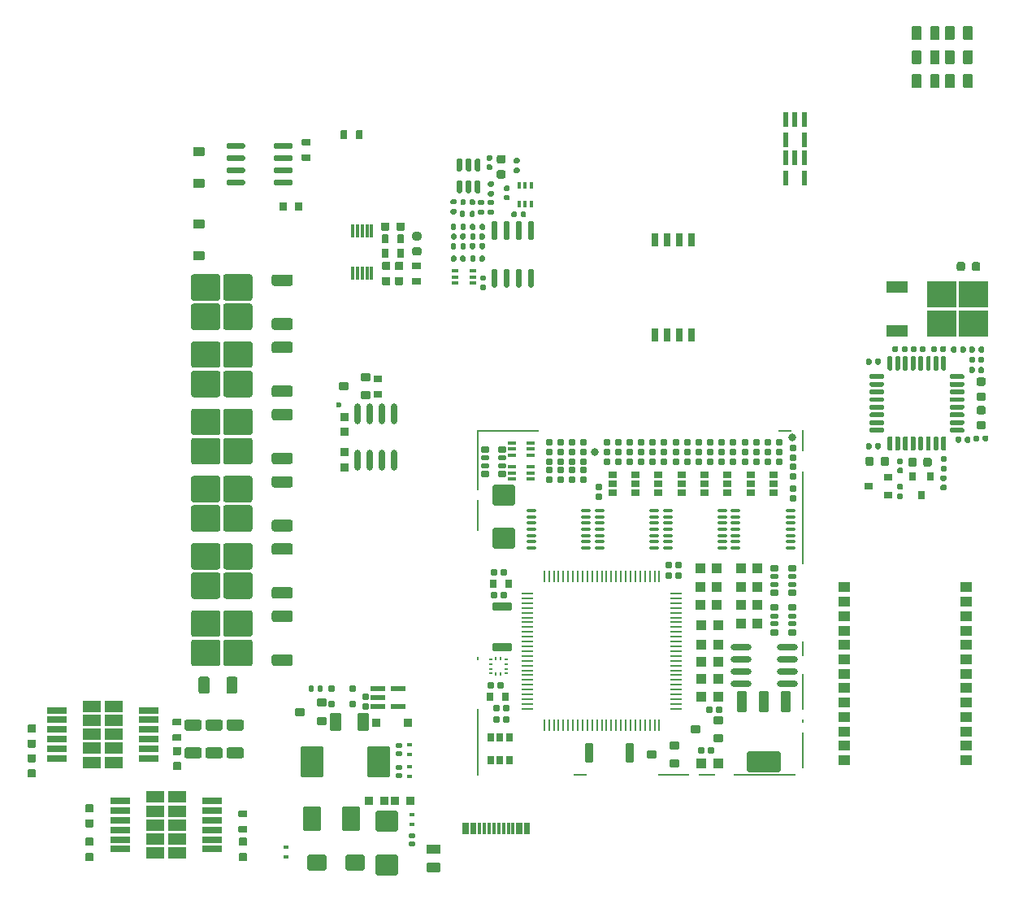
<source format=gtp>
G75*
G70*
%OFA0B0*%
%FSLAX25Y25*%
%IPPOS*%
%LPD*%
%AMOC8*
5,1,8,0,0,1.08239X$1,22.5*
%
%AMM1*
21,1,0.086610,0.073230,0.000000,0.000000,270.000000*
21,1,0.069290,0.090550,0.000000,0.000000,270.000000*
1,1,0.017320,-0.036610,-0.034650*
1,1,0.017320,-0.036610,0.034650*
1,1,0.017320,0.036610,0.034650*
1,1,0.017320,0.036610,-0.034650*
%
%AMM10*
21,1,0.015750,0.016540,0.000000,0.000000,270.000000*
21,1,0.012600,0.019680,0.000000,0.000000,270.000000*
1,1,0.003150,-0.008270,-0.006300*
1,1,0.003150,-0.008270,0.006300*
1,1,0.003150,0.008270,0.006300*
1,1,0.003150,0.008270,-0.006300*
%
%AMM11*
21,1,0.023620,0.018900,0.000000,0.000000,90.000000*
21,1,0.018900,0.023620,0.000000,0.000000,90.000000*
1,1,0.004720,0.009450,0.009450*
1,1,0.004720,0.009450,-0.009450*
1,1,0.004720,-0.009450,-0.009450*
1,1,0.004720,-0.009450,0.009450*
%
%AMM117*
21,1,0.021650,0.052760,0.000000,-0.000000,180.000000*
21,1,0.017320,0.057090,0.000000,-0.000000,180.000000*
1,1,0.004330,-0.008660,0.026380*
1,1,0.004330,0.008660,0.026380*
1,1,0.004330,0.008660,-0.026380*
1,1,0.004330,-0.008660,-0.026380*
%
%AMM12*
21,1,0.019680,0.019680,0.000000,0.000000,0.000000*
21,1,0.015750,0.023620,0.000000,0.000000,0.000000*
1,1,0.003940,0.007870,-0.009840*
1,1,0.003940,-0.007870,-0.009840*
1,1,0.003940,-0.007870,0.009840*
1,1,0.003940,0.007870,0.009840*
%
%AMM13*
21,1,0.019680,0.019680,0.000000,0.000000,270.000000*
21,1,0.015750,0.023620,0.000000,0.000000,270.000000*
1,1,0.003940,-0.009840,-0.007870*
1,1,0.003940,-0.009840,0.007870*
1,1,0.003940,0.009840,0.007870*
1,1,0.003940,0.009840,-0.007870*
%
%AMM185*
21,1,0.025590,0.026380,-0.000000,-0.000000,90.000000*
21,1,0.020470,0.031500,-0.000000,-0.000000,90.000000*
1,1,0.005120,0.013190,0.010240*
1,1,0.005120,0.013190,-0.010240*
1,1,0.005120,-0.013190,-0.010240*
1,1,0.005120,-0.013190,0.010240*
%
%AMM186*
21,1,0.017720,0.027950,-0.000000,-0.000000,90.000000*
21,1,0.014170,0.031500,-0.000000,-0.000000,90.000000*
1,1,0.003540,0.013980,0.007090*
1,1,0.003540,0.013980,-0.007090*
1,1,0.003540,-0.013980,-0.007090*
1,1,0.003540,-0.013980,0.007090*
%
%AMM187*
21,1,0.012600,0.028980,-0.000000,-0.000000,270.000000*
21,1,0.010080,0.031500,-0.000000,-0.000000,270.000000*
1,1,0.002520,-0.014490,-0.005040*
1,1,0.002520,-0.014490,0.005040*
1,1,0.002520,0.014490,0.005040*
1,1,0.002520,0.014490,-0.005040*
%
%AMM188*
21,1,0.023620,0.030710,-0.000000,-0.000000,0.000000*
21,1,0.018900,0.035430,-0.000000,-0.000000,0.000000*
1,1,0.004720,0.009450,-0.015350*
1,1,0.004720,-0.009450,-0.015350*
1,1,0.004720,-0.009450,0.015350*
1,1,0.004720,0.009450,0.015350*
%
%AMM189*
21,1,0.027560,0.018900,-0.000000,-0.000000,270.000000*
21,1,0.022840,0.023620,-0.000000,-0.000000,270.000000*
1,1,0.004720,-0.009450,-0.011420*
1,1,0.004720,-0.009450,0.011420*
1,1,0.004720,0.009450,0.011420*
1,1,0.004720,0.009450,-0.011420*
%
%AMM190*
21,1,0.031500,0.072440,-0.000000,-0.000000,270.000000*
21,1,0.025200,0.078740,-0.000000,-0.000000,270.000000*
1,1,0.006300,-0.036220,-0.012600*
1,1,0.006300,-0.036220,0.012600*
1,1,0.006300,0.036220,0.012600*
1,1,0.006300,0.036220,-0.012600*
%
%AMM191*
21,1,0.027560,0.018900,-0.000000,-0.000000,0.000000*
21,1,0.022840,0.023620,-0.000000,-0.000000,0.000000*
1,1,0.004720,0.011420,-0.009450*
1,1,0.004720,-0.011420,-0.009450*
1,1,0.004720,-0.011420,0.009450*
1,1,0.004720,0.011420,0.009450*
%
%AMM192*
21,1,0.023620,0.030710,-0.000000,-0.000000,90.000000*
21,1,0.018900,0.035430,-0.000000,-0.000000,90.000000*
1,1,0.004720,0.015350,0.009450*
1,1,0.004720,0.015350,-0.009450*
1,1,0.004720,-0.015350,-0.009450*
1,1,0.004720,-0.015350,0.009450*
%
%AMM193*
21,1,0.035430,0.030320,-0.000000,-0.000000,90.000000*
21,1,0.028350,0.037400,-0.000000,-0.000000,90.000000*
1,1,0.007090,0.015160,0.014170*
1,1,0.007090,0.015160,-0.014170*
1,1,0.007090,-0.015160,-0.014170*
1,1,0.007090,-0.015160,0.014170*
%
%AMM194*
21,1,0.043310,0.075980,-0.000000,-0.000000,180.000000*
21,1,0.034650,0.084650,-0.000000,-0.000000,180.000000*
1,1,0.008660,-0.017320,0.037990*
1,1,0.008660,0.017320,0.037990*
1,1,0.008660,0.017320,-0.037990*
1,1,0.008660,-0.017320,-0.037990*
%
%AMM195*
21,1,0.039370,0.035430,-0.000000,-0.000000,180.000000*
21,1,0.031500,0.043310,-0.000000,-0.000000,180.000000*
1,1,0.007870,-0.015750,0.017720*
1,1,0.007870,0.015750,0.017720*
1,1,0.007870,0.015750,-0.017720*
1,1,0.007870,-0.015750,-0.017720*
%
%AMM196*
21,1,0.027560,0.030710,-0.000000,-0.000000,180.000000*
21,1,0.022050,0.036220,-0.000000,-0.000000,180.000000*
1,1,0.005510,-0.011020,0.015350*
1,1,0.005510,0.011020,0.015350*
1,1,0.005510,0.011020,-0.015350*
1,1,0.005510,-0.011020,-0.015350*
%
%AMM197*
21,1,0.031500,0.072440,-0.000000,-0.000000,180.000000*
21,1,0.025200,0.078740,-0.000000,-0.000000,180.000000*
1,1,0.006300,-0.012600,0.036220*
1,1,0.006300,0.012600,0.036220*
1,1,0.006300,0.012600,-0.036220*
1,1,0.006300,-0.012600,-0.036220*
%
%AMM198*
21,1,0.137800,0.067720,-0.000000,-0.000000,180.000000*
21,1,0.120870,0.084650,-0.000000,-0.000000,180.000000*
1,1,0.016930,-0.060430,0.033860*
1,1,0.016930,0.060430,0.033860*
1,1,0.016930,0.060430,-0.033860*
1,1,0.016930,-0.060430,-0.033860*
%
%AMM199*
21,1,0.043310,0.075990,-0.000000,-0.000000,180.000000*
21,1,0.034650,0.084650,-0.000000,-0.000000,180.000000*
1,1,0.008660,-0.017320,0.037990*
1,1,0.008660,0.017320,0.037990*
1,1,0.008660,0.017320,-0.037990*
1,1,0.008660,-0.017320,-0.037990*
%
%AMM2*
21,1,0.094490,0.111020,0.000000,0.000000,0.000000*
21,1,0.075590,0.129920,0.000000,0.000000,0.000000*
1,1,0.018900,0.037800,-0.055510*
1,1,0.018900,-0.037800,-0.055510*
1,1,0.018900,-0.037800,0.055510*
1,1,0.018900,0.037800,0.055510*
%
%AMM200*
21,1,0.086610,0.073230,-0.000000,-0.000000,270.000000*
21,1,0.069290,0.090550,-0.000000,-0.000000,270.000000*
1,1,0.017320,-0.036610,-0.034650*
1,1,0.017320,-0.036610,0.034650*
1,1,0.017320,0.036610,0.034650*
1,1,0.017320,0.036610,-0.034650*
%
%AMM251*
21,1,0.035430,0.030320,0.000000,-0.000000,90.000000*
21,1,0.028350,0.037400,0.000000,-0.000000,90.000000*
1,1,0.007090,0.015160,0.014170*
1,1,0.007090,0.015160,-0.014170*
1,1,0.007090,-0.015160,-0.014170*
1,1,0.007090,-0.015160,0.014170*
%
%AMM252*
21,1,0.033470,0.026770,0.000000,-0.000000,270.000000*
21,1,0.026770,0.033470,0.000000,-0.000000,270.000000*
1,1,0.006690,-0.013390,-0.013390*
1,1,0.006690,-0.013390,0.013390*
1,1,0.006690,0.013390,0.013390*
1,1,0.006690,0.013390,-0.013390*
%
%AMM253*
21,1,0.027560,0.030710,0.000000,-0.000000,90.000000*
21,1,0.022050,0.036220,0.000000,-0.000000,90.000000*
1,1,0.005510,0.015350,0.011020*
1,1,0.005510,0.015350,-0.011020*
1,1,0.005510,-0.015350,-0.011020*
1,1,0.005510,-0.015350,0.011020*
%
%AMM3*
21,1,0.074800,0.083460,0.000000,0.000000,0.000000*
21,1,0.059840,0.098430,0.000000,0.000000,0.000000*
1,1,0.014960,0.029920,-0.041730*
1,1,0.014960,-0.029920,-0.041730*
1,1,0.014960,-0.029920,0.041730*
1,1,0.014960,0.029920,0.041730*
%
%AMM4*
21,1,0.078740,0.053540,0.000000,0.000000,180.000000*
21,1,0.065350,0.066930,0.000000,0.000000,180.000000*
1,1,0.013390,-0.032680,0.026770*
1,1,0.013390,0.032680,0.026770*
1,1,0.013390,0.032680,-0.026770*
1,1,0.013390,-0.032680,-0.026770*
%
%AMM5*
21,1,0.035430,0.030320,0.000000,0.000000,90.000000*
21,1,0.028350,0.037400,0.000000,0.000000,90.000000*
1,1,0.007090,0.015160,0.014170*
1,1,0.007090,0.015160,-0.014170*
1,1,0.007090,-0.015160,-0.014170*
1,1,0.007090,-0.015160,0.014170*
%
%AMM6*
21,1,0.021650,0.052760,0.000000,0.000000,270.000000*
21,1,0.017320,0.057090,0.000000,0.000000,270.000000*
1,1,0.004330,-0.026380,-0.008660*
1,1,0.004330,-0.026380,0.008660*
1,1,0.004330,0.026380,0.008660*
1,1,0.004330,0.026380,-0.008660*
%
%AMM7*
21,1,0.035830,0.026770,0.000000,0.000000,0.000000*
21,1,0.029130,0.033470,0.000000,0.000000,0.000000*
1,1,0.006690,0.014570,-0.013390*
1,1,0.006690,-0.014570,-0.013390*
1,1,0.006690,-0.014570,0.013390*
1,1,0.006690,0.014570,0.013390*
%
%AMM8*
21,1,0.070870,0.036220,0.000000,0.000000,90.000000*
21,1,0.061810,0.045280,0.000000,0.000000,90.000000*
1,1,0.009060,0.018110,0.030910*
1,1,0.009060,0.018110,-0.030910*
1,1,0.009060,-0.018110,-0.030910*
1,1,0.009060,-0.018110,0.030910*
%
%AMM9*
21,1,0.033470,0.026770,0.000000,0.000000,0.000000*
21,1,0.026770,0.033470,0.000000,0.000000,0.000000*
1,1,0.006690,0.013390,-0.013390*
1,1,0.006690,-0.013390,-0.013390*
1,1,0.006690,-0.013390,0.013390*
1,1,0.006690,0.013390,0.013390*
%
%ADD104M1*%
%ADD105M2*%
%ADD106M3*%
%ADD107M4*%
%ADD108M5*%
%ADD109M6*%
%ADD110M7*%
%ADD111M8*%
%ADD112M9*%
%ADD113M10*%
%ADD114M11*%
%ADD115M12*%
%ADD116M13*%
%ADD156R,0.02559X0.01575*%
%ADD157R,0.01575X0.02559*%
%ADD160R,0.03543X0.03150*%
%ADD164R,0.03150X0.03543*%
%ADD184O,0.04724X0.00866*%
%ADD185O,0.00866X0.04724*%
%ADD186O,0.04331X0.01181*%
%ADD189R,0.01378X0.00984*%
%ADD190R,0.00984X0.01378*%
%ADD195O,0.08661X0.02362*%
%ADD24C,0.03150*%
%ADD28C,0.02362*%
%ADD300M117*%
%ADD310R,0.01181X0.05512*%
%ADD311R,0.08661X0.04724*%
%ADD315R,0.12008X0.10827*%
%ADD338O,0.02362X0.08661*%
%ADD396M185*%
%ADD397M186*%
%ADD398M187*%
%ADD399M188*%
%ADD400M189*%
%ADD401M190*%
%ADD402M191*%
%ADD403M192*%
%ADD404M193*%
%ADD405M194*%
%ADD406M195*%
%ADD407M196*%
%ADD408M197*%
%ADD409M198*%
%ADD410M199*%
%ADD411M200*%
%ADD463M251*%
%ADD464M252*%
%ADD465M253*%
%ADD56R,0.05118X0.03937*%
%ADD57R,0.07874X0.02559*%
%ADD59R,0.00787X0.14567*%
%ADD60R,0.00787X0.01575*%
%ADD61R,0.00787X0.06299*%
%ADD62R,0.00787X0.38189*%
%ADD63R,0.00787X0.09055*%
%ADD64R,0.05512X0.00787*%
%ADD65R,0.25197X0.00787*%
%ADD66R,0.06693X0.00787*%
%ADD67R,0.12992X0.00787*%
%ADD68R,0.00787X0.27559*%
%ADD69R,0.00787X0.12992*%
%ADD70R,0.00787X0.24803*%
%ADD71R,0.01181X0.04528*%
%ADD75R,0.02717X0.05315*%
%ADD83O,0.00000X0.00000*%
%ADD84R,0.07677X0.04567*%
X0000000Y0000000D02*
%LPD*%
G01*
G36*
G01*
X0380905Y0340059D02*
X0380905Y0344980D01*
G75*
G02*
X0381299Y0345374I0000394J0000000D01*
G01*
X0384448Y0345374D01*
G75*
G02*
X0384842Y0344980I0000000J-000394D01*
G01*
X0384842Y0340059D01*
G75*
G02*
X0384448Y0339665I-000394J0000000D01*
G01*
X0381299Y0339665D01*
G75*
G02*
X0380905Y0340059I0000000J0000394D01*
G01*
G37*
G36*
G01*
X0388385Y0340059D02*
X0388385Y0344980D01*
G75*
G02*
X0388779Y0345374I0000394J0000000D01*
G01*
X0391929Y0345374D01*
G75*
G02*
X0392322Y0344980I0000000J-000394D01*
G01*
X0392322Y0340059D01*
G75*
G02*
X0391929Y0339665I-000394J0000000D01*
G01*
X0388779Y0339665D01*
G75*
G02*
X0388385Y0340059I0000000J0000394D01*
G01*
G37*
G36*
G01*
X0113287Y0301614D02*
X0113287Y0300433D01*
G75*
G02*
X0112696Y0299843I-000591J0000000D01*
G01*
X0106200Y0299843D01*
G75*
G02*
X0105610Y0300433I0000000J0000591D01*
G01*
X0105610Y0301614D01*
G75*
G02*
X0106200Y0302205I0000591J0000000D01*
G01*
X0112696Y0302205D01*
G75*
G02*
X0113287Y0301614I0000000J-000591D01*
G01*
G37*
G36*
G01*
X0113287Y0306614D02*
X0113287Y0305433D01*
G75*
G02*
X0112696Y0304843I-000591J0000000D01*
G01*
X0106200Y0304843D01*
G75*
G02*
X0105610Y0305433I0000000J0000591D01*
G01*
X0105610Y0306614D01*
G75*
G02*
X0106200Y0307205I0000591J0000000D01*
G01*
X0112696Y0307205D01*
G75*
G02*
X0113287Y0306614I0000000J-000591D01*
G01*
G37*
G36*
G01*
X0113287Y0311614D02*
X0113287Y0310433D01*
G75*
G02*
X0112696Y0309843I-000591J0000000D01*
G01*
X0106200Y0309843D01*
G75*
G02*
X0105610Y0310433I0000000J0000591D01*
G01*
X0105610Y0311614D01*
G75*
G02*
X0106200Y0312205I0000591J0000000D01*
G01*
X0112696Y0312205D01*
G75*
G02*
X0113287Y0311614I0000000J-000591D01*
G01*
G37*
G36*
G01*
X0113287Y0316614D02*
X0113287Y0315433D01*
G75*
G02*
X0112696Y0314843I-000591J0000000D01*
G01*
X0106200Y0314843D01*
G75*
G02*
X0105610Y0315433I0000000J0000591D01*
G01*
X0105610Y0316614D01*
G75*
G02*
X0106200Y0317205I0000591J0000000D01*
G01*
X0112696Y0317205D01*
G75*
G02*
X0113287Y0316614I0000000J-000591D01*
G01*
G37*
G36*
G01*
X0093799Y0316614D02*
X0093799Y0315433D01*
G75*
G02*
X0093208Y0314843I-000591J0000000D01*
G01*
X0086712Y0314843D01*
G75*
G02*
X0086122Y0315433I0000000J0000591D01*
G01*
X0086122Y0316614D01*
G75*
G02*
X0086712Y0317205I0000591J0000000D01*
G01*
X0093208Y0317205D01*
G75*
G02*
X0093799Y0316614I0000000J-000591D01*
G01*
G37*
G36*
G01*
X0093799Y0311614D02*
X0093799Y0310433D01*
G75*
G02*
X0093208Y0309843I-000591J0000000D01*
G01*
X0086712Y0309843D01*
G75*
G02*
X0086122Y0310433I0000000J0000591D01*
G01*
X0086122Y0311614D01*
G75*
G02*
X0086712Y0312205I0000591J0000000D01*
G01*
X0093208Y0312205D01*
G75*
G02*
X0093799Y0311614I0000000J-000591D01*
G01*
G37*
G36*
G01*
X0093799Y0306614D02*
X0093799Y0305433D01*
G75*
G02*
X0093208Y0304843I-000591J0000000D01*
G01*
X0086712Y0304843D01*
G75*
G02*
X0086122Y0305433I0000000J0000591D01*
G01*
X0086122Y0306614D01*
G75*
G02*
X0086712Y0307205I0000591J0000000D01*
G01*
X0093208Y0307205D01*
G75*
G02*
X0093799Y0306614I0000000J-000591D01*
G01*
G37*
G36*
G01*
X0093799Y0301614D02*
X0093799Y0300433D01*
G75*
G02*
X0093208Y0299843I-000591J0000000D01*
G01*
X0086712Y0299843D01*
G75*
G02*
X0086122Y0300433I0000000J0000591D01*
G01*
X0086122Y0301614D01*
G75*
G02*
X0086712Y0302205I0000591J0000000D01*
G01*
X0093208Y0302205D01*
G75*
G02*
X0093799Y0301614I0000000J-000591D01*
G01*
G37*
G36*
G01*
X0028582Y0046122D02*
X0031259Y0046122D01*
G75*
G02*
X0031594Y0045787I0000000J-000335D01*
G01*
X0031594Y0043110D01*
G75*
G02*
X0031259Y0042776I-000335J0000000D01*
G01*
X0028582Y0042776D01*
G75*
G02*
X0028248Y0043110I0000000J0000335D01*
G01*
X0028248Y0045787D01*
G75*
G02*
X0028582Y0046122I0000335J0000000D01*
G01*
G37*
G36*
G01*
X0028582Y0039902D02*
X0031259Y0039902D01*
G75*
G02*
X0031594Y0039567I0000000J-000335D01*
G01*
X0031594Y0036890D01*
G75*
G02*
X0031259Y0036555I-000335J0000000D01*
G01*
X0028582Y0036555D01*
G75*
G02*
X0028248Y0036890I0000000J0000335D01*
G01*
X0028248Y0039567D01*
G75*
G02*
X0028582Y0039902I0000335J0000000D01*
G01*
G37*
G36*
G01*
X0380905Y0349902D02*
X0380905Y0354823D01*
G75*
G02*
X0381299Y0355217I0000394J0000000D01*
G01*
X0384448Y0355217D01*
G75*
G02*
X0384842Y0354823I0000000J-000394D01*
G01*
X0384842Y0349902D01*
G75*
G02*
X0384448Y0349508I-000394J0000000D01*
G01*
X0381299Y0349508D01*
G75*
G02*
X0380905Y0349902I0000000J0000394D01*
G01*
G37*
G36*
G01*
X0388385Y0349902D02*
X0388385Y0354823D01*
G75*
G02*
X0388779Y0355217I0000394J0000000D01*
G01*
X0391929Y0355217D01*
G75*
G02*
X0392322Y0354823I0000000J-000394D01*
G01*
X0392322Y0349902D01*
G75*
G02*
X0391929Y0349508I-000394J0000000D01*
G01*
X0388779Y0349508D01*
G75*
G02*
X0388385Y0349902I0000000J0000394D01*
G01*
G37*
G36*
G01*
X0113385Y0161693D02*
X0113385Y0158937D01*
G75*
G02*
X0112401Y0157953I-000984J0000000D01*
G01*
X0105708Y0157953D01*
G75*
G02*
X0104724Y0158937I0000000J0000984D01*
G01*
X0104724Y0161693D01*
G75*
G02*
X0105708Y0162677I0000984J0000000D01*
G01*
X0112401Y0162677D01*
G75*
G02*
X0113385Y0161693I0000000J-000984D01*
G01*
G37*
G36*
G01*
X0096850Y0167717D02*
X0096850Y0158858D01*
G75*
G02*
X0095866Y0157874I-000984J0000000D01*
G01*
X0085826Y0157874D01*
G75*
G02*
X0084842Y0158858I0000000J0000984D01*
G01*
X0084842Y0167717D01*
G75*
G02*
X0085826Y0168701I0000984J0000000D01*
G01*
X0095866Y0168701D01*
G75*
G02*
X0096850Y0167717I0000000J-000984D01*
G01*
G37*
G36*
G01*
X0096850Y0179724D02*
X0096850Y0170866D01*
G75*
G02*
X0095866Y0169882I-000984J0000000D01*
G01*
X0085826Y0169882D01*
G75*
G02*
X0084842Y0170866I0000000J0000984D01*
G01*
X0084842Y0179724D01*
G75*
G02*
X0085826Y0180709I0000984J0000000D01*
G01*
X0095866Y0180709D01*
G75*
G02*
X0096850Y0179724I0000000J-000984D01*
G01*
G37*
G36*
G01*
X0083661Y0167717D02*
X0083661Y0158858D01*
G75*
G02*
X0082677Y0157874I-000984J0000000D01*
G01*
X0072637Y0157874D01*
G75*
G02*
X0071653Y0158858I0000000J0000984D01*
G01*
X0071653Y0167717D01*
G75*
G02*
X0072637Y0168701I0000984J0000000D01*
G01*
X0082677Y0168701D01*
G75*
G02*
X0083661Y0167717I0000000J-000984D01*
G01*
G37*
G36*
G01*
X0083661Y0179724D02*
X0083661Y0170866D01*
G75*
G02*
X0082677Y0169882I-000984J0000000D01*
G01*
X0072637Y0169882D01*
G75*
G02*
X0071653Y0170866I0000000J0000984D01*
G01*
X0071653Y0179724D01*
G75*
G02*
X0072637Y0180709I0000984J0000000D01*
G01*
X0082677Y0180709D01*
G75*
G02*
X0083661Y0179724I0000000J-000984D01*
G01*
G37*
G36*
G01*
X0113385Y0179646D02*
X0113385Y0176890D01*
G75*
G02*
X0112401Y0175906I-000984J0000000D01*
G01*
X0105708Y0175906D01*
G75*
G02*
X0104724Y0176890I0000000J0000984D01*
G01*
X0104724Y0179646D01*
G75*
G02*
X0105708Y0180630I0000984J0000000D01*
G01*
X0112401Y0180630D01*
G75*
G02*
X0113385Y0179646I0000000J-000984D01*
G01*
G37*
G36*
G01*
X0113385Y0244370D02*
X0113385Y0241614D01*
G75*
G02*
X0112401Y0240630I-000984J0000000D01*
G01*
X0105708Y0240630D01*
G75*
G02*
X0104724Y0241614I0000000J0000984D01*
G01*
X0104724Y0244370D01*
G75*
G02*
X0105708Y0245354I0000984J0000000D01*
G01*
X0112401Y0245354D01*
G75*
G02*
X0113385Y0244370I0000000J-000984D01*
G01*
G37*
G36*
G01*
X0096850Y0250394D02*
X0096850Y0241535D01*
G75*
G02*
X0095866Y0240551I-000984J0000000D01*
G01*
X0085826Y0240551D01*
G75*
G02*
X0084842Y0241535I0000000J0000984D01*
G01*
X0084842Y0250394D01*
G75*
G02*
X0085826Y0251378I0000984J0000000D01*
G01*
X0095866Y0251378D01*
G75*
G02*
X0096850Y0250394I0000000J-000984D01*
G01*
G37*
G36*
G01*
X0096850Y0262402D02*
X0096850Y0253543D01*
G75*
G02*
X0095866Y0252559I-000984J0000000D01*
G01*
X0085826Y0252559D01*
G75*
G02*
X0084842Y0253543I0000000J0000984D01*
G01*
X0084842Y0262402D01*
G75*
G02*
X0085826Y0263386I0000984J0000000D01*
G01*
X0095866Y0263386D01*
G75*
G02*
X0096850Y0262402I0000000J-000984D01*
G01*
G37*
G36*
G01*
X0083661Y0250394D02*
X0083661Y0241535D01*
G75*
G02*
X0082677Y0240551I-000984J0000000D01*
G01*
X0072637Y0240551D01*
G75*
G02*
X0071653Y0241535I0000000J0000984D01*
G01*
X0071653Y0250394D01*
G75*
G02*
X0072637Y0251378I0000984J0000000D01*
G01*
X0082677Y0251378D01*
G75*
G02*
X0083661Y0250394I0000000J-000984D01*
G01*
G37*
G36*
G01*
X0083661Y0262402D02*
X0083661Y0253543D01*
G75*
G02*
X0082677Y0252559I-000984J0000000D01*
G01*
X0072637Y0252559D01*
G75*
G02*
X0071653Y0253543I0000000J0000984D01*
G01*
X0071653Y0262402D01*
G75*
G02*
X0072637Y0263386I0000984J0000000D01*
G01*
X0082677Y0263386D01*
G75*
G02*
X0083661Y0262402I0000000J-000984D01*
G01*
G37*
G36*
G01*
X0113385Y0262323D02*
X0113385Y0259567D01*
G75*
G02*
X0112401Y0258583I-000984J0000000D01*
G01*
X0105708Y0258583D01*
G75*
G02*
X0104724Y0259567I0000000J0000984D01*
G01*
X0104724Y0262323D01*
G75*
G02*
X0105708Y0263307I0000984J0000000D01*
G01*
X0112401Y0263307D01*
G75*
G02*
X0113385Y0262323I0000000J-000984D01*
G01*
G37*
G36*
G01*
X0113385Y0216811D02*
X0113385Y0214055D01*
G75*
G02*
X0112401Y0213071I-000984J0000000D01*
G01*
X0105708Y0213071D01*
G75*
G02*
X0104724Y0214055I0000000J0000984D01*
G01*
X0104724Y0216811D01*
G75*
G02*
X0105708Y0217795I0000984J0000000D01*
G01*
X0112401Y0217795D01*
G75*
G02*
X0113385Y0216811I0000000J-000984D01*
G01*
G37*
G36*
G01*
X0096850Y0222835D02*
X0096850Y0213976D01*
G75*
G02*
X0095866Y0212992I-000984J0000000D01*
G01*
X0085826Y0212992D01*
G75*
G02*
X0084842Y0213976I0000000J0000984D01*
G01*
X0084842Y0222835D01*
G75*
G02*
X0085826Y0223819I0000984J0000000D01*
G01*
X0095866Y0223819D01*
G75*
G02*
X0096850Y0222835I0000000J-000984D01*
G01*
G37*
G36*
G01*
X0096850Y0234843D02*
X0096850Y0225984D01*
G75*
G02*
X0095866Y0225000I-000984J0000000D01*
G01*
X0085826Y0225000D01*
G75*
G02*
X0084842Y0225984I0000000J0000984D01*
G01*
X0084842Y0234843D01*
G75*
G02*
X0085826Y0235827I0000984J0000000D01*
G01*
X0095866Y0235827D01*
G75*
G02*
X0096850Y0234843I0000000J-000984D01*
G01*
G37*
G36*
G01*
X0083661Y0222835D02*
X0083661Y0213976D01*
G75*
G02*
X0082677Y0212992I-000984J0000000D01*
G01*
X0072637Y0212992D01*
G75*
G02*
X0071653Y0213976I0000000J0000984D01*
G01*
X0071653Y0222835D01*
G75*
G02*
X0072637Y0223819I0000984J0000000D01*
G01*
X0082677Y0223819D01*
G75*
G02*
X0083661Y0222835I0000000J-000984D01*
G01*
G37*
G36*
G01*
X0083661Y0234843D02*
X0083661Y0225984D01*
G75*
G02*
X0082677Y0225000I-000984J0000000D01*
G01*
X0072637Y0225000D01*
G75*
G02*
X0071653Y0225984I0000000J0000984D01*
G01*
X0071653Y0234843D01*
G75*
G02*
X0072637Y0235827I0000984J0000000D01*
G01*
X0082677Y0235827D01*
G75*
G02*
X0083661Y0234843I0000000J-000984D01*
G01*
G37*
G36*
G01*
X0113385Y0234764D02*
X0113385Y0232008D01*
G75*
G02*
X0112401Y0231024I-000984J0000000D01*
G01*
X0105708Y0231024D01*
G75*
G02*
X0104724Y0232008I0000000J0000984D01*
G01*
X0104724Y0234764D01*
G75*
G02*
X0105708Y0235748I0000984J0000000D01*
G01*
X0112401Y0235748D01*
G75*
G02*
X0113385Y0234764I0000000J-000984D01*
G01*
G37*
G36*
G01*
X0091574Y0032343D02*
X0094251Y0032343D01*
G75*
G02*
X0094586Y0032008I0000000J-000335D01*
G01*
X0094586Y0029331D01*
G75*
G02*
X0094251Y0028996I-000335J0000000D01*
G01*
X0091574Y0028996D01*
G75*
G02*
X0091240Y0029331I0000000J0000335D01*
G01*
X0091240Y0032008D01*
G75*
G02*
X0091574Y0032343I0000335J0000000D01*
G01*
G37*
G36*
G01*
X0091574Y0026122D02*
X0094251Y0026122D01*
G75*
G02*
X0094586Y0025787I0000000J-000335D01*
G01*
X0094586Y0023110D01*
G75*
G02*
X0094251Y0022776I-000335J0000000D01*
G01*
X0091574Y0022776D01*
G75*
G02*
X0091240Y0023110I0000000J0000335D01*
G01*
X0091240Y0025787D01*
G75*
G02*
X0091574Y0026122I0000335J0000000D01*
G01*
G37*
G36*
G01*
X0142057Y0322106D02*
X0142057Y0319035D01*
G75*
G02*
X0141781Y0318760I-000276J0000000D01*
G01*
X0139576Y0318760D01*
G75*
G02*
X0139301Y0319035I0000000J0000276D01*
G01*
X0139301Y0322106D01*
G75*
G02*
X0139576Y0322382I0000276J0000000D01*
G01*
X0141781Y0322382D01*
G75*
G02*
X0142057Y0322106I0000000J-000276D01*
G01*
G37*
G36*
G01*
X0135757Y0322106D02*
X0135757Y0319035D01*
G75*
G02*
X0135482Y0318760I-000276J0000000D01*
G01*
X0133277Y0318760D01*
G75*
G02*
X0133001Y0319035I0000000J0000276D01*
G01*
X0133001Y0322106D01*
G75*
G02*
X0133277Y0322382I0000276J0000000D01*
G01*
X0135482Y0322382D01*
G75*
G02*
X0135757Y0322106I0000000J-000276D01*
G01*
G37*
G36*
G01*
X0064507Y0069587D02*
X0067185Y0069587D01*
G75*
G02*
X0067519Y0069252I0000000J-000335D01*
G01*
X0067519Y0066575D01*
G75*
G02*
X0067185Y0066240I-000335J0000000D01*
G01*
X0064507Y0066240D01*
G75*
G02*
X0064173Y0066575I0000000J0000335D01*
G01*
X0064173Y0069252D01*
G75*
G02*
X0064507Y0069587I0000335J0000000D01*
G01*
G37*
G36*
G01*
X0064507Y0063366D02*
X0067185Y0063366D01*
G75*
G02*
X0067519Y0063031I0000000J-000335D01*
G01*
X0067519Y0060354D01*
G75*
G02*
X0067185Y0060020I-000335J0000000D01*
G01*
X0064507Y0060020D01*
G75*
G02*
X0064173Y0060354I0000000J0000335D01*
G01*
X0064173Y0063031D01*
G75*
G02*
X0064507Y0063366I0000335J0000000D01*
G01*
G37*
G36*
G01*
X0068897Y0077185D02*
X0068897Y0079902D01*
G75*
G02*
X0069803Y0080807I0000906J0000000D01*
G01*
X0075078Y0080807D01*
G75*
G02*
X0075984Y0079902I0000000J-000906D01*
G01*
X0075984Y0077185D01*
G75*
G02*
X0075078Y0076280I-000906J0000000D01*
G01*
X0069803Y0076280D01*
G75*
G02*
X0068897Y0077185I0000000J0000906D01*
G01*
G37*
G36*
G01*
X0068897Y0065768D02*
X0068897Y0068484D01*
G75*
G02*
X0069803Y0069390I0000906J0000000D01*
G01*
X0075078Y0069390D01*
G75*
G02*
X0075984Y0068484I0000000J-000906D01*
G01*
X0075984Y0065768D01*
G75*
G02*
X0075078Y0064862I-000906J0000000D01*
G01*
X0069803Y0064862D01*
G75*
G02*
X0068897Y0065768I0000000J0000906D01*
G01*
G37*
G36*
G01*
X0367322Y0340059D02*
X0367322Y0344980D01*
G75*
G02*
X0367716Y0345374I0000394J0000000D01*
G01*
X0370866Y0345374D01*
G75*
G02*
X0371259Y0344980I0000000J-000394D01*
G01*
X0371259Y0340059D01*
G75*
G02*
X0370866Y0339665I-000394J0000000D01*
G01*
X0367716Y0339665D01*
G75*
G02*
X0367322Y0340059I0000000J0000394D01*
G01*
G37*
G36*
G01*
X0374803Y0340059D02*
X0374803Y0344980D01*
G75*
G02*
X0375196Y0345374I0000394J0000000D01*
G01*
X0378346Y0345374D01*
G75*
G02*
X0378740Y0344980I0000000J-000394D01*
G01*
X0378740Y0340059D01*
G75*
G02*
X0378346Y0339665I-000394J0000000D01*
G01*
X0375196Y0339665D01*
G75*
G02*
X0374803Y0340059I0000000J0000394D01*
G01*
G37*
G36*
G01*
X0004960Y0078799D02*
X0007637Y0078799D01*
G75*
G02*
X0007972Y0078465I0000000J-000335D01*
G01*
X0007972Y0075787D01*
G75*
G02*
X0007637Y0075453I-000335J0000000D01*
G01*
X0004960Y0075453D01*
G75*
G02*
X0004626Y0075787I0000000J0000335D01*
G01*
X0004626Y0078465D01*
G75*
G02*
X0004960Y0078799I0000335J0000000D01*
G01*
G37*
G36*
G01*
X0004960Y0072579D02*
X0007637Y0072579D01*
G75*
G02*
X0007972Y0072244I0000000J-000335D01*
G01*
X0007972Y0069567D01*
G75*
G02*
X0007637Y0069232I-000335J0000000D01*
G01*
X0004960Y0069232D01*
G75*
G02*
X0004626Y0069567I0000000J0000335D01*
G01*
X0004626Y0072244D01*
G75*
G02*
X0004960Y0072579I0000335J0000000D01*
G01*
G37*
G36*
G01*
X0117126Y0292677D02*
X0117126Y0289606D01*
G75*
G02*
X0116850Y0289331I-000276J0000000D01*
G01*
X0114645Y0289331D01*
G75*
G02*
X0114370Y0289606I0000000J0000276D01*
G01*
X0114370Y0292677D01*
G75*
G02*
X0114645Y0292953I0000276J0000000D01*
G01*
X0116850Y0292953D01*
G75*
G02*
X0117126Y0292677I0000000J-000276D01*
G01*
G37*
G36*
G01*
X0110826Y0292677D02*
X0110826Y0289606D01*
G75*
G02*
X0110551Y0289331I-000276J0000000D01*
G01*
X0108346Y0289331D01*
G75*
G02*
X0108070Y0289606I0000000J0000276D01*
G01*
X0108070Y0292677D01*
G75*
G02*
X0108346Y0292953I0000276J0000000D01*
G01*
X0110551Y0292953D01*
G75*
G02*
X0110826Y0292677I0000000J-000276D01*
G01*
G37*
G36*
G01*
X0077559Y0077185D02*
X0077559Y0079902D01*
G75*
G02*
X0078464Y0080807I0000906J0000000D01*
G01*
X0083740Y0080807D01*
G75*
G02*
X0084645Y0079902I0000000J-000906D01*
G01*
X0084645Y0077185D01*
G75*
G02*
X0083740Y0076280I-000906J0000000D01*
G01*
X0078464Y0076280D01*
G75*
G02*
X0077559Y0077185I0000000J0000906D01*
G01*
G37*
G36*
G01*
X0077559Y0065768D02*
X0077559Y0068484D01*
G75*
G02*
X0078464Y0069390I0000906J0000000D01*
G01*
X0083740Y0069390D01*
G75*
G02*
X0084645Y0068484I0000000J-000906D01*
G01*
X0084645Y0065768D01*
G75*
G02*
X0083740Y0064862I-000906J0000000D01*
G01*
X0078464Y0064862D01*
G75*
G02*
X0077559Y0065768I0000000J0000906D01*
G01*
G37*
G36*
G01*
X0031259Y0022776D02*
X0028582Y0022776D01*
G75*
G02*
X0028248Y0023110I0000000J0000335D01*
G01*
X0028248Y0025787D01*
G75*
G02*
X0028582Y0026122I0000335J0000000D01*
G01*
X0031259Y0026122D01*
G75*
G02*
X0031594Y0025787I0000000J-000335D01*
G01*
X0031594Y0023110D01*
G75*
G02*
X0031259Y0022776I-000335J0000000D01*
G01*
G37*
G36*
G01*
X0031259Y0028996D02*
X0028582Y0028996D01*
G75*
G02*
X0028248Y0029331I0000000J0000335D01*
G01*
X0028248Y0032008D01*
G75*
G02*
X0028582Y0032343I0000335J0000000D01*
G01*
X0031259Y0032343D01*
G75*
G02*
X0031594Y0032008I0000000J-000335D01*
G01*
X0031594Y0029331D01*
G75*
G02*
X0031259Y0028996I-000335J0000000D01*
G01*
G37*
G36*
G01*
X0113385Y0106575D02*
X0113385Y0103819D01*
G75*
G02*
X0112401Y0102835I-000984J0000000D01*
G01*
X0105708Y0102835D01*
G75*
G02*
X0104724Y0103819I0000000J0000984D01*
G01*
X0104724Y0106575D01*
G75*
G02*
X0105708Y0107559I0000984J0000000D01*
G01*
X0112401Y0107559D01*
G75*
G02*
X0113385Y0106575I0000000J-000984D01*
G01*
G37*
G36*
G01*
X0096850Y0112598D02*
X0096850Y0103740D01*
G75*
G02*
X0095866Y0102756I-000984J0000000D01*
G01*
X0085826Y0102756D01*
G75*
G02*
X0084842Y0103740I0000000J0000984D01*
G01*
X0084842Y0112598D01*
G75*
G02*
X0085826Y0113583I0000984J0000000D01*
G01*
X0095866Y0113583D01*
G75*
G02*
X0096850Y0112598I0000000J-000984D01*
G01*
G37*
G36*
G01*
X0096850Y0124606D02*
X0096850Y0115748D01*
G75*
G02*
X0095866Y0114764I-000984J0000000D01*
G01*
X0085826Y0114764D01*
G75*
G02*
X0084842Y0115748I0000000J0000984D01*
G01*
X0084842Y0124606D01*
G75*
G02*
X0085826Y0125591I0000984J0000000D01*
G01*
X0095866Y0125591D01*
G75*
G02*
X0096850Y0124606I0000000J-000984D01*
G01*
G37*
G36*
G01*
X0083661Y0112598D02*
X0083661Y0103740D01*
G75*
G02*
X0082677Y0102756I-000984J0000000D01*
G01*
X0072637Y0102756D01*
G75*
G02*
X0071653Y0103740I0000000J0000984D01*
G01*
X0071653Y0112598D01*
G75*
G02*
X0072637Y0113583I0000984J0000000D01*
G01*
X0082677Y0113583D01*
G75*
G02*
X0083661Y0112598I0000000J-000984D01*
G01*
G37*
G36*
G01*
X0083661Y0124606D02*
X0083661Y0115748D01*
G75*
G02*
X0082677Y0114764I-000984J0000000D01*
G01*
X0072637Y0114764D01*
G75*
G02*
X0071653Y0115748I0000000J0000984D01*
G01*
X0071653Y0124606D01*
G75*
G02*
X0072637Y0125591I0000984J0000000D01*
G01*
X0082677Y0125591D01*
G75*
G02*
X0083661Y0124606I0000000J-000984D01*
G01*
G37*
G36*
G01*
X0113385Y0124528D02*
X0113385Y0121772D01*
G75*
G02*
X0112401Y0120787I-000984J0000000D01*
G01*
X0105708Y0120787D01*
G75*
G02*
X0104724Y0121772I0000000J0000984D01*
G01*
X0104724Y0124528D01*
G75*
G02*
X0105708Y0125512I0000984J0000000D01*
G01*
X0112401Y0125512D01*
G75*
G02*
X0113385Y0124528I0000000J-000984D01*
G01*
G37*
D83*
X0121653Y0196063D03*
G36*
G01*
X0064311Y0081142D02*
X0067381Y0081142D01*
G75*
G02*
X0067657Y0080866I0000000J-000276D01*
G01*
X0067657Y0078661D01*
G75*
G02*
X0067381Y0078386I-000276J0000000D01*
G01*
X0064311Y0078386D01*
G75*
G02*
X0064035Y0078661I0000000J0000276D01*
G01*
X0064035Y0080866D01*
G75*
G02*
X0064311Y0081142I0000276J0000000D01*
G01*
G37*
G36*
G01*
X0064311Y0074843D02*
X0067381Y0074843D01*
G75*
G02*
X0067657Y0074567I0000000J-000276D01*
G01*
X0067657Y0072362D01*
G75*
G02*
X0067381Y0072087I-000276J0000000D01*
G01*
X0064311Y0072087D01*
G75*
G02*
X0064035Y0072362I0000000J0000276D01*
G01*
X0064035Y0074567D01*
G75*
G02*
X0064311Y0074843I0000276J0000000D01*
G01*
G37*
G36*
G01*
X0113385Y0189252D02*
X0113385Y0186496D01*
G75*
G02*
X0112401Y0185512I-000984J0000000D01*
G01*
X0105708Y0185512D01*
G75*
G02*
X0104724Y0186496I0000000J0000984D01*
G01*
X0104724Y0189252D01*
G75*
G02*
X0105708Y0190236I0000984J0000000D01*
G01*
X0112401Y0190236D01*
G75*
G02*
X0113385Y0189252I0000000J-000984D01*
G01*
G37*
G36*
G01*
X0096850Y0195276D02*
X0096850Y0186417D01*
G75*
G02*
X0095866Y0185433I-000984J0000000D01*
G01*
X0085826Y0185433D01*
G75*
G02*
X0084842Y0186417I0000000J0000984D01*
G01*
X0084842Y0195276D01*
G75*
G02*
X0085826Y0196260I0000984J0000000D01*
G01*
X0095866Y0196260D01*
G75*
G02*
X0096850Y0195276I0000000J-000984D01*
G01*
G37*
G36*
G01*
X0096850Y0207283D02*
X0096850Y0198425D01*
G75*
G02*
X0095866Y0197441I-000984J0000000D01*
G01*
X0085826Y0197441D01*
G75*
G02*
X0084842Y0198425I0000000J0000984D01*
G01*
X0084842Y0207283D01*
G75*
G02*
X0085826Y0208268I0000984J0000000D01*
G01*
X0095866Y0208268D01*
G75*
G02*
X0096850Y0207283I0000000J-000984D01*
G01*
G37*
G36*
G01*
X0083661Y0195276D02*
X0083661Y0186417D01*
G75*
G02*
X0082677Y0185433I-000984J0000000D01*
G01*
X0072637Y0185433D01*
G75*
G02*
X0071653Y0186417I0000000J0000984D01*
G01*
X0071653Y0195276D01*
G75*
G02*
X0072637Y0196260I0000984J0000000D01*
G01*
X0082677Y0196260D01*
G75*
G02*
X0083661Y0195276I0000000J-000984D01*
G01*
G37*
G36*
G01*
X0083661Y0207283D02*
X0083661Y0198425D01*
G75*
G02*
X0082677Y0197441I-000984J0000000D01*
G01*
X0072637Y0197441D01*
G75*
G02*
X0071653Y0198425I0000000J0000984D01*
G01*
X0071653Y0207283D01*
G75*
G02*
X0072637Y0208268I0000984J0000000D01*
G01*
X0082677Y0208268D01*
G75*
G02*
X0083661Y0207283I0000000J-000984D01*
G01*
G37*
G36*
G01*
X0113385Y0207205D02*
X0113385Y0204449D01*
G75*
G02*
X0112401Y0203465I-000984J0000000D01*
G01*
X0105708Y0203465D01*
G75*
G02*
X0104724Y0204449I0000000J0000984D01*
G01*
X0104724Y0207205D01*
G75*
G02*
X0105708Y0208189I0000984J0000000D01*
G01*
X0112401Y0208189D01*
G75*
G02*
X0113385Y0207205I0000000J-000984D01*
G01*
G37*
D56*
X0389763Y0064173D03*
X0389763Y0070079D03*
X0389763Y0075984D03*
X0389763Y0081890D03*
X0389763Y0087795D03*
X0389763Y0093701D03*
X0389763Y0099606D03*
X0389763Y0105512D03*
X0389763Y0111417D03*
X0389763Y0117323D03*
X0389763Y0123228D03*
X0389763Y0129134D03*
X0389763Y0135039D03*
X0339763Y0135039D03*
X0339763Y0129134D03*
X0339763Y0123228D03*
X0339763Y0117323D03*
X0339763Y0111417D03*
X0339763Y0105512D03*
X0339763Y0099606D03*
X0339763Y0093701D03*
X0339763Y0087795D03*
X0339763Y0081890D03*
X0339763Y0075984D03*
X0339763Y0070079D03*
X0339763Y0064173D03*
G36*
G01*
X0367322Y0359744D02*
X0367322Y0364665D01*
G75*
G02*
X0367716Y0365059I0000394J0000000D01*
G01*
X0370866Y0365059D01*
G75*
G02*
X0371259Y0364665I0000000J-000394D01*
G01*
X0371259Y0359744D01*
G75*
G02*
X0370866Y0359350I-000394J0000000D01*
G01*
X0367716Y0359350D01*
G75*
G02*
X0367322Y0359744I0000000J0000394D01*
G01*
G37*
G36*
G01*
X0374803Y0359744D02*
X0374803Y0364665D01*
G75*
G02*
X0375196Y0365059I0000394J0000000D01*
G01*
X0378346Y0365059D01*
G75*
G02*
X0378740Y0364665I0000000J-000394D01*
G01*
X0378740Y0359744D01*
G75*
G02*
X0378346Y0359350I-000394J0000000D01*
G01*
X0375196Y0359350D01*
G75*
G02*
X0374803Y0359744I0000000J0000394D01*
G01*
G37*
G36*
G01*
X0086220Y0077185D02*
X0086220Y0079902D01*
G75*
G02*
X0087126Y0080807I0000906J0000000D01*
G01*
X0092401Y0080807D01*
G75*
G02*
X0093307Y0079902I0000000J-000906D01*
G01*
X0093307Y0077185D01*
G75*
G02*
X0092401Y0076280I-000906J0000000D01*
G01*
X0087126Y0076280D01*
G75*
G02*
X0086220Y0077185I0000000J0000906D01*
G01*
G37*
G36*
G01*
X0086220Y0065768D02*
X0086220Y0068484D01*
G75*
G02*
X0087126Y0069390I0000906J0000000D01*
G01*
X0092401Y0069390D01*
G75*
G02*
X0093307Y0068484I0000000J-000906D01*
G01*
X0093307Y0065768D01*
G75*
G02*
X0092401Y0064862I-000906J0000000D01*
G01*
X0087126Y0064862D01*
G75*
G02*
X0086220Y0065768I0000000J0000906D01*
G01*
G37*
G36*
G01*
X0168699Y0029605D02*
X0173620Y0029605D01*
G75*
G02*
X0174014Y0029211I0000000J-000394D01*
G01*
X0174014Y0026061D01*
G75*
G02*
X0173620Y0025668I-000394J0000000D01*
G01*
X0168699Y0025668D01*
G75*
G02*
X0168305Y0026061I0000000J0000394D01*
G01*
X0168305Y0029211D01*
G75*
G02*
X0168699Y0029605I0000394J0000000D01*
G01*
G37*
G36*
G01*
X0168699Y0022124D02*
X0173620Y0022124D01*
G75*
G02*
X0174014Y0021731I0000000J-000394D01*
G01*
X0174014Y0018581D01*
G75*
G02*
X0173620Y0018187I-000394J0000000D01*
G01*
X0168699Y0018187D01*
G75*
G02*
X0168305Y0018581I0000000J0000394D01*
G01*
X0168305Y0021731D01*
G75*
G02*
X0168699Y0022124I0000394J0000000D01*
G01*
G37*
G36*
G01*
X0117362Y0318898D02*
X0120433Y0318898D01*
G75*
G02*
X0120708Y0318622I0000000J-000276D01*
G01*
X0120708Y0316417D01*
G75*
G02*
X0120433Y0316142I-000276J0000000D01*
G01*
X0117362Y0316142D01*
G75*
G02*
X0117086Y0316417I0000000J0000276D01*
G01*
X0117086Y0318622D01*
G75*
G02*
X0117362Y0318898I0000276J0000000D01*
G01*
G37*
G36*
G01*
X0117362Y0312598D02*
X0120433Y0312598D01*
G75*
G02*
X0120708Y0312323I0000000J-000276D01*
G01*
X0120708Y0310118D01*
G75*
G02*
X0120433Y0309843I-000276J0000000D01*
G01*
X0117362Y0309843D01*
G75*
G02*
X0117086Y0310118I0000000J0000276D01*
G01*
X0117086Y0312323D01*
G75*
G02*
X0117362Y0312598I0000276J0000000D01*
G01*
G37*
G36*
G01*
X0076811Y0298819D02*
X0072795Y0298819D01*
G75*
G02*
X0072440Y0299173I0000000J0000354D01*
G01*
X0072440Y0302008D01*
G75*
G02*
X0072795Y0302362I0000354J0000000D01*
G01*
X0076811Y0302362D01*
G75*
G02*
X0077165Y0302008I0000000J-000354D01*
G01*
X0077165Y0299173D01*
G75*
G02*
X0076811Y0298819I-000354J0000000D01*
G01*
G37*
G36*
G01*
X0076811Y0311811D02*
X0072795Y0311811D01*
G75*
G02*
X0072440Y0312165I0000000J0000354D01*
G01*
X0072440Y0315000D01*
G75*
G02*
X0072795Y0315354I0000354J0000000D01*
G01*
X0076811Y0315354D01*
G75*
G02*
X0077165Y0315000I0000000J-000354D01*
G01*
X0077165Y0312165D01*
G75*
G02*
X0076811Y0311811I-000354J0000000D01*
G01*
G37*
G36*
G01*
X0380905Y0359744D02*
X0380905Y0364665D01*
G75*
G02*
X0381299Y0365059I0000394J0000000D01*
G01*
X0384448Y0365059D01*
G75*
G02*
X0384842Y0364665I0000000J-000394D01*
G01*
X0384842Y0359744D01*
G75*
G02*
X0384448Y0359350I-000394J0000000D01*
G01*
X0381299Y0359350D01*
G75*
G02*
X0380905Y0359744I0000000J0000394D01*
G01*
G37*
G36*
G01*
X0388385Y0359744D02*
X0388385Y0364665D01*
G75*
G02*
X0388779Y0365059I0000394J0000000D01*
G01*
X0391929Y0365059D01*
G75*
G02*
X0392322Y0364665I0000000J-000394D01*
G01*
X0392322Y0359744D01*
G75*
G02*
X0391929Y0359350I-000394J0000000D01*
G01*
X0388779Y0359350D01*
G75*
G02*
X0388385Y0359744I0000000J0000394D01*
G01*
G37*
G36*
G01*
X0367322Y0349902D02*
X0367322Y0354823D01*
G75*
G02*
X0367716Y0355217I0000394J0000000D01*
G01*
X0370866Y0355217D01*
G75*
G02*
X0371259Y0354823I0000000J-000394D01*
G01*
X0371259Y0349902D01*
G75*
G02*
X0370866Y0349508I-000394J0000000D01*
G01*
X0367716Y0349508D01*
G75*
G02*
X0367322Y0349902I0000000J0000394D01*
G01*
G37*
G36*
G01*
X0374803Y0349902D02*
X0374803Y0354823D01*
G75*
G02*
X0375196Y0355217I0000394J0000000D01*
G01*
X0378346Y0355217D01*
G75*
G02*
X0378740Y0354823I0000000J-000394D01*
G01*
X0378740Y0349902D01*
G75*
G02*
X0378346Y0349508I-000394J0000000D01*
G01*
X0375196Y0349508D01*
G75*
G02*
X0374803Y0349902I0000000J0000394D01*
G01*
G37*
D84*
X0031003Y0086299D03*
X0031003Y0080551D03*
X0031003Y0074803D03*
X0031003Y0069055D03*
X0031003Y0063307D03*
X0039862Y0086299D03*
X0039862Y0080551D03*
X0039862Y0074803D03*
X0039862Y0069055D03*
X0039862Y0063307D03*
D57*
X0016535Y0084646D03*
X0016535Y0080709D03*
X0016535Y0076772D03*
X0016535Y0072835D03*
X0016535Y0068898D03*
X0016535Y0064961D03*
X0054330Y0064961D03*
X0054330Y0068898D03*
X0054330Y0072835D03*
X0054330Y0076772D03*
X0054330Y0080709D03*
X0054330Y0084646D03*
D84*
X0057086Y0049055D03*
X0057086Y0043307D03*
X0057086Y0037559D03*
X0057086Y0031811D03*
X0057086Y0026063D03*
X0065944Y0049055D03*
X0065944Y0043307D03*
X0065944Y0037559D03*
X0065944Y0031811D03*
X0065944Y0026063D03*
D57*
X0042618Y0047402D03*
X0042618Y0043465D03*
X0042618Y0039528D03*
X0042618Y0035591D03*
X0042618Y0031654D03*
X0042618Y0027717D03*
X0080413Y0027717D03*
X0080413Y0031654D03*
X0080413Y0035591D03*
X0080413Y0039528D03*
X0080413Y0043465D03*
X0080413Y0047402D03*
G36*
G01*
X0113385Y0134134D02*
X0113385Y0131378D01*
G75*
G02*
X0112401Y0130394I-000984J0000000D01*
G01*
X0105708Y0130394D01*
G75*
G02*
X0104724Y0131378I0000000J0000984D01*
G01*
X0104724Y0134134D01*
G75*
G02*
X0105708Y0135118I0000984J0000000D01*
G01*
X0112401Y0135118D01*
G75*
G02*
X0113385Y0134134I0000000J-000984D01*
G01*
G37*
G36*
G01*
X0096850Y0140157D02*
X0096850Y0131299D01*
G75*
G02*
X0095866Y0130315I-000984J0000000D01*
G01*
X0085826Y0130315D01*
G75*
G02*
X0084842Y0131299I0000000J0000984D01*
G01*
X0084842Y0140157D01*
G75*
G02*
X0085826Y0141142I0000984J0000000D01*
G01*
X0095866Y0141142D01*
G75*
G02*
X0096850Y0140157I0000000J-000984D01*
G01*
G37*
G36*
G01*
X0096850Y0152165D02*
X0096850Y0143307D01*
G75*
G02*
X0095866Y0142323I-000984J0000000D01*
G01*
X0085826Y0142323D01*
G75*
G02*
X0084842Y0143307I0000000J0000984D01*
G01*
X0084842Y0152165D01*
G75*
G02*
X0085826Y0153150I0000984J0000000D01*
G01*
X0095866Y0153150D01*
G75*
G02*
X0096850Y0152165I0000000J-000984D01*
G01*
G37*
G36*
G01*
X0083661Y0140157D02*
X0083661Y0131299D01*
G75*
G02*
X0082677Y0130315I-000984J0000000D01*
G01*
X0072637Y0130315D01*
G75*
G02*
X0071653Y0131299I0000000J0000984D01*
G01*
X0071653Y0140157D01*
G75*
G02*
X0072637Y0141142I0000984J0000000D01*
G01*
X0082677Y0141142D01*
G75*
G02*
X0083661Y0140157I0000000J-000984D01*
G01*
G37*
G36*
G01*
X0083661Y0152165D02*
X0083661Y0143307D01*
G75*
G02*
X0082677Y0142323I-000984J0000000D01*
G01*
X0072637Y0142323D01*
G75*
G02*
X0071653Y0143307I0000000J0000984D01*
G01*
X0071653Y0152165D01*
G75*
G02*
X0072637Y0153150I0000984J0000000D01*
G01*
X0082677Y0153150D01*
G75*
G02*
X0083661Y0152165I0000000J-000984D01*
G01*
G37*
G36*
G01*
X0113385Y0152087D02*
X0113385Y0149331D01*
G75*
G02*
X0112401Y0148346I-000984J0000000D01*
G01*
X0105708Y0148346D01*
G75*
G02*
X0104724Y0149331I0000000J0000984D01*
G01*
X0104724Y0152087D01*
G75*
G02*
X0105708Y0153071I0000984J0000000D01*
G01*
X0112401Y0153071D01*
G75*
G02*
X0113385Y0152087I0000000J-000984D01*
G01*
G37*
D71*
X0183661Y0036102D03*
X0186811Y0036102D03*
X0191929Y0036102D03*
X0195866Y0036102D03*
X0197834Y0036102D03*
X0201771Y0036102D03*
X0206889Y0036102D03*
X0210039Y0036102D03*
X0208858Y0036102D03*
X0205708Y0036102D03*
X0203740Y0036102D03*
X0199803Y0036102D03*
X0193897Y0036102D03*
X0189960Y0036102D03*
X0187992Y0036102D03*
X0184842Y0036102D03*
G36*
G01*
X0078326Y0091339D02*
X0075610Y0091339D01*
G75*
G02*
X0074704Y0092244I0000000J0000906D01*
G01*
X0074704Y0097520D01*
G75*
G02*
X0075610Y0098425I0000906J0000000D01*
G01*
X0078326Y0098425D01*
G75*
G02*
X0079232Y0097520I0000000J-000906D01*
G01*
X0079232Y0092244D01*
G75*
G02*
X0078326Y0091339I-000906J0000000D01*
G01*
G37*
G36*
G01*
X0089744Y0091339D02*
X0087027Y0091339D01*
G75*
G02*
X0086122Y0092244I0000000J0000906D01*
G01*
X0086122Y0097520D01*
G75*
G02*
X0087027Y0098425I0000906J0000000D01*
G01*
X0089744Y0098425D01*
G75*
G02*
X0090649Y0097520I0000000J-000906D01*
G01*
X0090649Y0092244D01*
G75*
G02*
X0089744Y0091339I-000906J0000000D01*
G01*
G37*
G36*
G01*
X0076811Y0269291D02*
X0072795Y0269291D01*
G75*
G02*
X0072440Y0269646I0000000J0000354D01*
G01*
X0072440Y0272480D01*
G75*
G02*
X0072795Y0272835I0000354J0000000D01*
G01*
X0076811Y0272835D01*
G75*
G02*
X0077165Y0272480I0000000J-000354D01*
G01*
X0077165Y0269646D01*
G75*
G02*
X0076811Y0269291I-000354J0000000D01*
G01*
G37*
G36*
G01*
X0076811Y0282283D02*
X0072795Y0282283D01*
G75*
G02*
X0072440Y0282638I0000000J0000354D01*
G01*
X0072440Y0285472D01*
G75*
G02*
X0072795Y0285827I0000354J0000000D01*
G01*
X0076811Y0285827D01*
G75*
G02*
X0077165Y0285472I0000000J-000354D01*
G01*
X0077165Y0282638D01*
G75*
G02*
X0076811Y0282283I-000354J0000000D01*
G01*
G37*
G36*
G01*
X0091377Y0043504D02*
X0094448Y0043504D01*
G75*
G02*
X0094724Y0043228I0000000J-000276D01*
G01*
X0094724Y0041024D01*
G75*
G02*
X0094448Y0040748I-000276J0000000D01*
G01*
X0091377Y0040748D01*
G75*
G02*
X0091102Y0041024I0000000J0000276D01*
G01*
X0091102Y0043228D01*
G75*
G02*
X0091377Y0043504I0000276J0000000D01*
G01*
G37*
G36*
G01*
X0091377Y0037205D02*
X0094448Y0037205D01*
G75*
G02*
X0094724Y0036929I0000000J-000276D01*
G01*
X0094724Y0034724D01*
G75*
G02*
X0094448Y0034449I-000276J0000000D01*
G01*
X0091377Y0034449D01*
G75*
G02*
X0091102Y0034724I0000000J0000276D01*
G01*
X0091102Y0036929D01*
G75*
G02*
X0091377Y0037205I0000276J0000000D01*
G01*
G37*
D75*
X0276863Y0277333D03*
X0276863Y0238583D03*
X0271863Y0238583D03*
X0266863Y0238583D03*
X0261863Y0238583D03*
X0261863Y0277333D03*
X0266863Y0277333D03*
X0271863Y0277333D03*
G36*
G01*
X0007637Y0057028D02*
X0004960Y0057028D01*
G75*
G02*
X0004626Y0057362I0000000J0000335D01*
G01*
X0004626Y0060039D01*
G75*
G02*
X0004960Y0060374I0000335J0000000D01*
G01*
X0007637Y0060374D01*
G75*
G02*
X0007972Y0060039I0000000J-000335D01*
G01*
X0007972Y0057362D01*
G75*
G02*
X0007637Y0057028I-000335J0000000D01*
G01*
G37*
G36*
G01*
X0007637Y0063248D02*
X0004960Y0063248D01*
G75*
G02*
X0004626Y0063583I0000000J0000335D01*
G01*
X0004626Y0066260D01*
G75*
G02*
X0004960Y0066595I0000335J0000000D01*
G01*
X0007637Y0066595D01*
G75*
G02*
X0007972Y0066260I0000000J-000335D01*
G01*
X0007972Y0063583D01*
G75*
G02*
X0007637Y0063248I-000335J0000000D01*
G01*
G37*
X0106791Y0014665D02*
G01*
G75*
D104*
X0151870Y0039032D02*
D03*
X0151870Y0021315D02*
D03*
D105*
X0148543Y0063484D02*
D03*
X0121181Y0063484D02*
D03*
D106*
X0137303Y0040256D02*
D03*
X0121161Y0040256D02*
D03*
D107*
X0139074Y0022145D02*
D03*
X0123326Y0022145D02*
D03*
D108*
X0116135Y0083923D02*
D03*
X0125387Y0080183D02*
D03*
D108*
X0125387Y0087663D02*
D03*
D109*
X0148222Y0093602D02*
D03*
D109*
X0148222Y0089862D02*
D03*
X0148222Y0086122D02*
D03*
X0156686Y0086122D02*
D03*
X0156686Y0093602D02*
D03*
D110*
X0160538Y0079601D02*
D03*
X0147546Y0079601D02*
D03*
D111*
X0142252Y0079889D02*
D03*
X0130834Y0079889D02*
D03*
D112*
X0161437Y0047342D02*
D03*
X0155216Y0047342D02*
D03*
X0150846Y0047342D02*
D03*
X0144626Y0047342D02*
D03*
D113*
X0110760Y0024453D02*
D03*
X0110760Y0028587D02*
D03*
X0161315Y0066327D02*
D03*
X0161315Y0070461D02*
D03*
X0161315Y0061614D02*
D03*
X0161315Y0057480D02*
D03*
X0162207Y0041965D02*
D03*
X0162207Y0037831D02*
D03*
D114*
X0143104Y0086172D02*
D03*
X0143104Y0090109D02*
D03*
X0129429Y0087074D02*
D03*
X0138090Y0087074D02*
D03*
X0129429Y0093471D02*
D03*
X0138090Y0093471D02*
D03*
D115*
X0121056Y0093602D02*
D03*
X0124600Y0093602D02*
D03*
D116*
X0157057Y0070264D02*
D03*
X0157057Y0066720D02*
D03*
X0157057Y0061220D02*
D03*
X0157057Y0057677D02*
D03*
X0162207Y0029664D02*
D03*
X0162207Y0033208D02*
D03*
X0312894Y0333169D02*
G01*
G75*
D300*
X0323118Y0318464D02*
D03*
X0315638Y0318464D02*
D03*
X0315638Y0326929D02*
D03*
X0319378Y0326929D02*
D03*
X0323118Y0302815D02*
D03*
X0315638Y0302815D02*
D03*
X0315638Y0311279D02*
D03*
X0319378Y0311279D02*
D03*
D300*
X0323118Y0326929D02*
D03*
X0323118Y0311279D02*
D03*
X0176280Y0314862D02*
%LPD*%
G01*
G36*
G01*
X0193898Y0297421D02*
X0195355Y0297421D01*
G75*
G02*
X0195886Y0296890I0000000J-000531D01*
G01*
X0195886Y0295827D01*
G75*
G02*
X0195355Y0295295I-000531J0000000D01*
G01*
X0193898Y0295295D01*
G75*
G02*
X0193367Y0295827I0000000J0000531D01*
G01*
X0193367Y0296890D01*
G75*
G02*
X0193898Y0297421I0000531J0000000D01*
G01*
G37*
G36*
G01*
X0193898Y0301437D02*
X0195355Y0301437D01*
G75*
G02*
X0195886Y0300905I0000000J-000531D01*
G01*
X0195886Y0299842D01*
G75*
G02*
X0195355Y0299311I-000531J0000000D01*
G01*
X0193898Y0299311D01*
G75*
G02*
X0193367Y0299842I0000000J0000531D01*
G01*
X0193367Y0300905D01*
G75*
G02*
X0193898Y0301437I0000531J0000000D01*
G01*
G37*
G36*
G01*
X0178209Y0274173D02*
X0178209Y0275630D01*
G75*
G02*
X0178741Y0276161I0000531J0000000D01*
G01*
X0179804Y0276161D01*
G75*
G02*
X0180335Y0275630I0000000J-000531D01*
G01*
X0180335Y0274173D01*
G75*
G02*
X0179804Y0273642I-000531J0000000D01*
G01*
X0178741Y0273642D01*
G75*
G02*
X0178209Y0274173I0000000J0000531D01*
G01*
G37*
G36*
G01*
X0182225Y0274173D02*
X0182225Y0275630D01*
G75*
G02*
X0182756Y0276161I0000531J0000000D01*
G01*
X0183819Y0276161D01*
G75*
G02*
X0184351Y0275630I0000000J-000531D01*
G01*
X0184351Y0274173D01*
G75*
G02*
X0183819Y0273642I-000531J0000000D01*
G01*
X0182756Y0273642D01*
G75*
G02*
X0182225Y0274173I0000000J0000531D01*
G01*
G37*
G36*
G01*
X0210552Y0285145D02*
X0211733Y0285145D01*
G75*
G02*
X0212323Y0284555I0000000J-000591D01*
G01*
X0212323Y0278059D01*
G75*
G02*
X0211733Y0277468I-000591J0000000D01*
G01*
X0210552Y0277468D01*
G75*
G02*
X0209961Y0278059I0000000J0000591D01*
G01*
X0209961Y0284555D01*
G75*
G02*
X0210552Y0285145I0000591J0000000D01*
G01*
G37*
G36*
G01*
X0205552Y0285145D02*
X0206733Y0285145D01*
G75*
G02*
X0207323Y0284555I0000000J-000591D01*
G01*
X0207323Y0278059D01*
G75*
G02*
X0206733Y0277468I-000591J0000000D01*
G01*
X0205552Y0277468D01*
G75*
G02*
X0204961Y0278059I0000000J0000591D01*
G01*
X0204961Y0284555D01*
G75*
G02*
X0205552Y0285145I0000591J0000000D01*
G01*
G37*
G36*
G01*
X0200552Y0285145D02*
X0201733Y0285145D01*
G75*
G02*
X0202323Y0284555I0000000J-000591D01*
G01*
X0202323Y0278059D01*
G75*
G02*
X0201733Y0277468I-000591J0000000D01*
G01*
X0200552Y0277468D01*
G75*
G02*
X0199961Y0278059I0000000J0000591D01*
G01*
X0199961Y0284555D01*
G75*
G02*
X0200552Y0285145I0000591J0000000D01*
G01*
G37*
G36*
G01*
X0195552Y0285145D02*
X0196733Y0285145D01*
G75*
G02*
X0197323Y0284555I0000000J-000591D01*
G01*
X0197323Y0278059D01*
G75*
G02*
X0196733Y0277468I-000591J0000000D01*
G01*
X0195552Y0277468D01*
G75*
G02*
X0194961Y0278059I0000000J0000591D01*
G01*
X0194961Y0284555D01*
G75*
G02*
X0195552Y0285145I0000591J0000000D01*
G01*
G37*
G36*
G01*
X0195552Y0265657D02*
X0196733Y0265657D01*
G75*
G02*
X0197323Y0265067I0000000J-000591D01*
G01*
X0197323Y0258571D01*
G75*
G02*
X0196733Y0257980I-000591J0000000D01*
G01*
X0195552Y0257980D01*
G75*
G02*
X0194961Y0258571I0000000J0000591D01*
G01*
X0194961Y0265067D01*
G75*
G02*
X0195552Y0265657I0000591J0000000D01*
G01*
G37*
G36*
G01*
X0200552Y0265657D02*
X0201733Y0265657D01*
G75*
G02*
X0202323Y0265067I0000000J-000591D01*
G01*
X0202323Y0258571D01*
G75*
G02*
X0201733Y0257980I-000591J0000000D01*
G01*
X0200552Y0257980D01*
G75*
G02*
X0199961Y0258571I0000000J0000591D01*
G01*
X0199961Y0265067D01*
G75*
G02*
X0200552Y0265657I0000591J0000000D01*
G01*
G37*
G36*
G01*
X0205552Y0265657D02*
X0206733Y0265657D01*
G75*
G02*
X0207323Y0265067I0000000J-000591D01*
G01*
X0207323Y0258571D01*
G75*
G02*
X0206733Y0257980I-000591J0000000D01*
G01*
X0205552Y0257980D01*
G75*
G02*
X0204961Y0258571I0000000J0000591D01*
G01*
X0204961Y0265067D01*
G75*
G02*
X0205552Y0265657I0000591J0000000D01*
G01*
G37*
G36*
G01*
X0210552Y0265657D02*
X0211733Y0265657D01*
G75*
G02*
X0212323Y0265067I0000000J-000591D01*
G01*
X0212323Y0258571D01*
G75*
G02*
X0211733Y0257980I-000591J0000000D01*
G01*
X0210552Y0257980D01*
G75*
G02*
X0209961Y0258571I0000000J0000591D01*
G01*
X0209961Y0265067D01*
G75*
G02*
X0210552Y0265657I0000591J0000000D01*
G01*
G37*
D157*
X0211280Y0299665D03*
X0208721Y0299665D03*
X0206162Y0299665D03*
X0206162Y0292185D03*
X0208721Y0292185D03*
X0211280Y0292185D03*
G36*
G01*
X0192192Y0283504D02*
X0192192Y0282047D01*
G75*
G02*
X0191660Y0281516I-000531J0000000D01*
G01*
X0190597Y0281516D01*
G75*
G02*
X0190066Y0282047I0000000J0000531D01*
G01*
X0190066Y0283504D01*
G75*
G02*
X0190597Y0284035I0000531J0000000D01*
G01*
X0191660Y0284035D01*
G75*
G02*
X0192192Y0283504I0000000J-000531D01*
G01*
G37*
G36*
G01*
X0188176Y0283504D02*
X0188176Y0282047D01*
G75*
G02*
X0187645Y0281516I-000531J0000000D01*
G01*
X0186582Y0281516D01*
G75*
G02*
X0186050Y0282047I0000000J0000531D01*
G01*
X0186050Y0283504D01*
G75*
G02*
X0186582Y0284035I0000531J0000000D01*
G01*
X0187645Y0284035D01*
G75*
G02*
X0188176Y0283504I0000000J-000531D01*
G01*
G37*
G36*
G01*
X0186129Y0278169D02*
X0186129Y0279508D01*
G75*
G02*
X0186680Y0280059I0000551J0000000D01*
G01*
X0187782Y0280059D01*
G75*
G02*
X0188334Y0279508I0000000J-000551D01*
G01*
X0188334Y0278169D01*
G75*
G02*
X0187782Y0277618I-000551J0000000D01*
G01*
X0186680Y0277618D01*
G75*
G02*
X0186129Y0278169I0000000J0000551D01*
G01*
G37*
G36*
G01*
X0189908Y0278169D02*
X0189908Y0279508D01*
G75*
G02*
X0190460Y0280059I0000551J0000000D01*
G01*
X0191562Y0280059D01*
G75*
G02*
X0192113Y0279508I0000000J-000551D01*
G01*
X0192113Y0278169D01*
G75*
G02*
X0191562Y0277618I-000551J0000000D01*
G01*
X0190460Y0277618D01*
G75*
G02*
X0189908Y0278169I0000000J0000551D01*
G01*
G37*
G36*
G01*
X0178209Y0282047D02*
X0178209Y0283504D01*
G75*
G02*
X0178741Y0284035I0000531J0000000D01*
G01*
X0179804Y0284035D01*
G75*
G02*
X0180335Y0283504I0000000J-000531D01*
G01*
X0180335Y0282047D01*
G75*
G02*
X0179804Y0281516I-000531J0000000D01*
G01*
X0178741Y0281516D01*
G75*
G02*
X0178209Y0282047I0000000J0000531D01*
G01*
G37*
G36*
G01*
X0182225Y0282047D02*
X0182225Y0283504D01*
G75*
G02*
X0182756Y0284035I0000531J0000000D01*
G01*
X0183819Y0284035D01*
G75*
G02*
X0184351Y0283504I0000000J-000531D01*
G01*
X0184351Y0282047D01*
G75*
G02*
X0183819Y0281516I-000531J0000000D01*
G01*
X0182756Y0281516D01*
G75*
G02*
X0182225Y0282047I0000000J0000531D01*
G01*
G37*
G36*
G01*
X0184272Y0270453D02*
X0184272Y0269114D01*
G75*
G02*
X0183721Y0268563I-000551J0000000D01*
G01*
X0182619Y0268563D01*
G75*
G02*
X0182067Y0269114I0000000J0000551D01*
G01*
X0182067Y0270453D01*
G75*
G02*
X0182619Y0271004I0000551J0000000D01*
G01*
X0183721Y0271004D01*
G75*
G02*
X0184272Y0270453I0000000J-000551D01*
G01*
G37*
G36*
G01*
X0180493Y0270453D02*
X0180493Y0269114D01*
G75*
G02*
X0179941Y0268563I-000551J0000000D01*
G01*
X0178839Y0268563D01*
G75*
G02*
X0178288Y0269114I0000000J0000551D01*
G01*
X0178288Y0270453D01*
G75*
G02*
X0178839Y0271004I0000551J0000000D01*
G01*
X0179941Y0271004D01*
G75*
G02*
X0180493Y0270453I0000000J-000551D01*
G01*
G37*
G36*
G01*
X0188130Y0293582D02*
X0188130Y0292244D01*
G75*
G02*
X0187579Y0291693I-000551J0000000D01*
G01*
X0186477Y0291693D01*
G75*
G02*
X0185926Y0292244I0000000J0000551D01*
G01*
X0185926Y0293582D01*
G75*
G02*
X0186477Y0294134I0000551J0000000D01*
G01*
X0187579Y0294134D01*
G75*
G02*
X0188130Y0293582I0000000J-000551D01*
G01*
G37*
G36*
G01*
X0184351Y0293582D02*
X0184351Y0292244D01*
G75*
G02*
X0183800Y0291693I-000551J0000000D01*
G01*
X0182697Y0291693D01*
G75*
G02*
X0182146Y0292244I0000000J0000551D01*
G01*
X0182146Y0293582D01*
G75*
G02*
X0182697Y0294134I0000551J0000000D01*
G01*
X0183800Y0294134D01*
G75*
G02*
X0184351Y0293582I0000000J-000551D01*
G01*
G37*
G36*
G01*
X0191378Y0287815D02*
X0189922Y0287815D01*
G75*
G02*
X0189390Y0288346I0000000J0000531D01*
G01*
X0189390Y0289409D01*
G75*
G02*
X0189922Y0289941I0000531J0000000D01*
G01*
X0191378Y0289941D01*
G75*
G02*
X0191910Y0289409I0000000J-000531D01*
G01*
X0191910Y0288346D01*
G75*
G02*
X0191378Y0287815I-000531J0000000D01*
G01*
G37*
G36*
G01*
X0191378Y0291831D02*
X0189922Y0291831D01*
G75*
G02*
X0189390Y0292362I0000000J0000531D01*
G01*
X0189390Y0293425D01*
G75*
G02*
X0189922Y0293956I0000531J0000000D01*
G01*
X0191378Y0293956D01*
G75*
G02*
X0191910Y0293425I0000000J-000531D01*
G01*
X0191910Y0292362D01*
G75*
G02*
X0191378Y0291831I-000531J0000000D01*
G01*
G37*
G36*
G01*
X0192107Y0256988D02*
X0190768Y0256988D01*
G75*
G02*
X0190217Y0257539I0000000J0000551D01*
G01*
X0190217Y0258642D01*
G75*
G02*
X0190768Y0259193I0000551J0000000D01*
G01*
X0192107Y0259193D01*
G75*
G02*
X0192658Y0258642I0000000J-000551D01*
G01*
X0192658Y0257539D01*
G75*
G02*
X0192107Y0256988I-000551J0000000D01*
G01*
G37*
G36*
G01*
X0192107Y0260768D02*
X0190768Y0260768D01*
G75*
G02*
X0190217Y0261319I0000000J0000551D01*
G01*
X0190217Y0262421D01*
G75*
G02*
X0190768Y0262972I0000551J0000000D01*
G01*
X0192107Y0262972D01*
G75*
G02*
X0192658Y0262421I0000000J-000551D01*
G01*
X0192658Y0261319D01*
G75*
G02*
X0192107Y0260768I-000551J0000000D01*
G01*
G37*
G36*
G01*
X0197870Y0306043D02*
X0199887Y0306043D01*
G75*
G02*
X0200749Y0305182I0000000J-000861D01*
G01*
X0200749Y0303459D01*
G75*
G02*
X0199887Y0302598I-000861J0000000D01*
G01*
X0197870Y0302598D01*
G75*
G02*
X0197008Y0303459I0000000J0000861D01*
G01*
X0197008Y0305182D01*
G75*
G02*
X0197870Y0306043I0000861J0000000D01*
G01*
G37*
G36*
G01*
X0197870Y0312244D02*
X0199887Y0312244D01*
G75*
G02*
X0200749Y0311383I0000000J-000861D01*
G01*
X0200749Y0309660D01*
G75*
G02*
X0199887Y0308799I-000861J0000000D01*
G01*
X0197870Y0308799D01*
G75*
G02*
X0197008Y0309660I0000000J0000861D01*
G01*
X0197008Y0311383D01*
G75*
G02*
X0197870Y0312244I0000861J0000000D01*
G01*
G37*
G36*
G01*
X0203091Y0287264D02*
X0203091Y0288602D01*
G75*
G02*
X0203642Y0289153I0000551J0000000D01*
G01*
X0204745Y0289153D01*
G75*
G02*
X0205296Y0288602I0000000J-000551D01*
G01*
X0205296Y0287264D01*
G75*
G02*
X0204745Y0286712I-000551J0000000D01*
G01*
X0203642Y0286712D01*
G75*
G02*
X0203091Y0287264I0000000J0000551D01*
G01*
G37*
G36*
G01*
X0206871Y0287264D02*
X0206871Y0288602D01*
G75*
G02*
X0207422Y0289153I0000551J0000000D01*
G01*
X0208524Y0289153D01*
G75*
G02*
X0209075Y0288602I0000000J-000551D01*
G01*
X0209075Y0287264D01*
G75*
G02*
X0208524Y0286712I-000551J0000000D01*
G01*
X0207422Y0286712D01*
G75*
G02*
X0206871Y0287264I0000000J0000551D01*
G01*
G37*
G36*
G01*
X0205945Y0304901D02*
X0204489Y0304901D01*
G75*
G02*
X0203957Y0305433I0000000J0000531D01*
G01*
X0203957Y0306496D01*
G75*
G02*
X0204489Y0307027I0000531J0000000D01*
G01*
X0205945Y0307027D01*
G75*
G02*
X0206477Y0306496I0000000J-000531D01*
G01*
X0206477Y0305433D01*
G75*
G02*
X0205945Y0304901I-000531J0000000D01*
G01*
G37*
G36*
G01*
X0205945Y0308917D02*
X0204489Y0308917D01*
G75*
G02*
X0203957Y0309449I0000000J0000531D01*
G01*
X0203957Y0310512D01*
G75*
G02*
X0204489Y0311043I0000531J0000000D01*
G01*
X0205945Y0311043D01*
G75*
G02*
X0206477Y0310512I0000000J-000531D01*
G01*
X0206477Y0309449D01*
G75*
G02*
X0205945Y0308917I-000531J0000000D01*
G01*
G37*
G36*
G01*
X0193859Y0293956D02*
X0195315Y0293956D01*
G75*
G02*
X0195847Y0293425I0000000J-000531D01*
G01*
X0195847Y0292362D01*
G75*
G02*
X0195315Y0291831I-000531J0000000D01*
G01*
X0193859Y0291831D01*
G75*
G02*
X0193327Y0292362I0000000J0000531D01*
G01*
X0193327Y0293425D01*
G75*
G02*
X0193859Y0293956I0000531J0000000D01*
G01*
G37*
G36*
G01*
X0193859Y0289941D02*
X0195315Y0289941D01*
G75*
G02*
X0195847Y0289409I0000000J-000531D01*
G01*
X0195847Y0288346D01*
G75*
G02*
X0195315Y0287815I-000531J0000000D01*
G01*
X0193859Y0287815D01*
G75*
G02*
X0193327Y0288346I0000000J0000531D01*
G01*
X0193327Y0289409D01*
G75*
G02*
X0193859Y0289941I0000531J0000000D01*
G01*
G37*
G36*
G01*
X0188068Y0288819D02*
X0188068Y0287362D01*
G75*
G02*
X0187537Y0286831I-000531J0000000D01*
G01*
X0186474Y0286831D01*
G75*
G02*
X0185942Y0287362I0000000J0000531D01*
G01*
X0185942Y0288819D01*
G75*
G02*
X0186474Y0289350I0000531J0000000D01*
G01*
X0187537Y0289350D01*
G75*
G02*
X0188068Y0288819I0000000J-000531D01*
G01*
G37*
G36*
G01*
X0184052Y0288819D02*
X0184052Y0287362D01*
G75*
G02*
X0183521Y0286831I-000531J0000000D01*
G01*
X0182458Y0286831D01*
G75*
G02*
X0181927Y0287362I0000000J0000531D01*
G01*
X0181927Y0288819D01*
G75*
G02*
X0182458Y0289350I0000531J0000000D01*
G01*
X0183521Y0289350D01*
G75*
G02*
X0184052Y0288819I0000000J-000531D01*
G01*
G37*
G36*
G01*
X0194666Y0306161D02*
X0193327Y0306161D01*
G75*
G02*
X0192776Y0306712I0000000J0000551D01*
G01*
X0192776Y0307815D01*
G75*
G02*
X0193327Y0308366I0000551J0000000D01*
G01*
X0194666Y0308366D01*
G75*
G02*
X0195217Y0307815I0000000J-000551D01*
G01*
X0195217Y0306712D01*
G75*
G02*
X0194666Y0306161I-000551J0000000D01*
G01*
G37*
G36*
G01*
X0194666Y0309941D02*
X0193327Y0309941D01*
G75*
G02*
X0192776Y0310492I0000000J0000551D01*
G01*
X0192776Y0311594D01*
G75*
G02*
X0193327Y0312145I0000551J0000000D01*
G01*
X0194666Y0312145D01*
G75*
G02*
X0195217Y0311594I0000000J-000551D01*
G01*
X0195217Y0310492D01*
G75*
G02*
X0194666Y0309941I-000551J0000000D01*
G01*
G37*
G36*
G01*
X0186129Y0269114D02*
X0186129Y0270453D01*
G75*
G02*
X0186680Y0271004I0000551J0000000D01*
G01*
X0187782Y0271004D01*
G75*
G02*
X0188334Y0270453I0000000J-000551D01*
G01*
X0188334Y0269114D01*
G75*
G02*
X0187782Y0268563I-000551J0000000D01*
G01*
X0186680Y0268563D01*
G75*
G02*
X0186129Y0269114I0000000J0000551D01*
G01*
G37*
G36*
G01*
X0189908Y0269114D02*
X0189908Y0270453D01*
G75*
G02*
X0190460Y0271004I0000551J0000000D01*
G01*
X0191562Y0271004D01*
G75*
G02*
X0192113Y0270453I0000000J-000551D01*
G01*
X0192113Y0269114D01*
G75*
G02*
X0191562Y0268563I-000551J0000000D01*
G01*
X0190460Y0268563D01*
G75*
G02*
X0189908Y0269114I0000000J0000551D01*
G01*
G37*
G36*
G01*
X0178603Y0294134D02*
X0180060Y0294134D01*
G75*
G02*
X0180591Y0293602I0000000J-000531D01*
G01*
X0180591Y0292539D01*
G75*
G02*
X0180060Y0292008I-000531J0000000D01*
G01*
X0178603Y0292008D01*
G75*
G02*
X0178071Y0292539I0000000J0000531D01*
G01*
X0178071Y0293602D01*
G75*
G02*
X0178603Y0294134I0000531J0000000D01*
G01*
G37*
G36*
G01*
X0178603Y0290118D02*
X0180060Y0290118D01*
G75*
G02*
X0180591Y0289586I0000000J-000531D01*
G01*
X0180591Y0288523D01*
G75*
G02*
X0180060Y0287992I-000531J0000000D01*
G01*
X0178603Y0287992D01*
G75*
G02*
X0178071Y0288523I0000000J0000531D01*
G01*
X0178071Y0289586D01*
G75*
G02*
X0178603Y0290118I0000531J0000000D01*
G01*
G37*
D156*
X0179823Y0264875D03*
X0179823Y0262316D03*
X0179823Y0259757D03*
X0187304Y0259757D03*
X0187304Y0262316D03*
X0187304Y0264875D03*
G36*
G01*
X0188609Y0310824D02*
X0189790Y0310824D01*
G75*
G02*
X0190381Y0310233I0000000J-000591D01*
G01*
X0190381Y0306198D01*
G75*
G02*
X0189790Y0305607I-000591J0000000D01*
G01*
X0188609Y0305607D01*
G75*
G02*
X0188019Y0306198I0000000J0000591D01*
G01*
X0188019Y0310233D01*
G75*
G02*
X0188609Y0310824I0000591J0000000D01*
G01*
G37*
G36*
G01*
X0184869Y0310824D02*
X0186050Y0310824D01*
G75*
G02*
X0186641Y0310233I0000000J-000591D01*
G01*
X0186641Y0306198D01*
G75*
G02*
X0186050Y0305607I-000591J0000000D01*
G01*
X0184869Y0305607D01*
G75*
G02*
X0184278Y0306198I0000000J0000591D01*
G01*
X0184278Y0310233D01*
G75*
G02*
X0184869Y0310824I0000591J0000000D01*
G01*
G37*
G36*
G01*
X0181129Y0310824D02*
X0182310Y0310824D01*
G75*
G02*
X0182900Y0310233I0000000J-000591D01*
G01*
X0182900Y0306198D01*
G75*
G02*
X0182310Y0305607I-000591J0000000D01*
G01*
X0181129Y0305607D01*
G75*
G02*
X0180538Y0306198I0000000J0000591D01*
G01*
X0180538Y0310233D01*
G75*
G02*
X0181129Y0310824I0000591J0000000D01*
G01*
G37*
G36*
G01*
X0181129Y0301867D02*
X0182310Y0301867D01*
G75*
G02*
X0182900Y0301277I0000000J-000591D01*
G01*
X0182900Y0297241D01*
G75*
G02*
X0182310Y0296651I-000591J0000000D01*
G01*
X0181129Y0296651D01*
G75*
G02*
X0180538Y0297241I0000000J0000591D01*
G01*
X0180538Y0301277D01*
G75*
G02*
X0181129Y0301867I0000591J0000000D01*
G01*
G37*
G36*
G01*
X0184869Y0301867D02*
X0186050Y0301867D01*
G75*
G02*
X0186641Y0301277I0000000J-000591D01*
G01*
X0186641Y0297241D01*
G75*
G02*
X0186050Y0296651I-000591J0000000D01*
G01*
X0184869Y0296651D01*
G75*
G02*
X0184278Y0297241I0000000J0000591D01*
G01*
X0184278Y0301277D01*
G75*
G02*
X0184869Y0301867I0000591J0000000D01*
G01*
G37*
G36*
G01*
X0188609Y0301867D02*
X0189790Y0301867D01*
G75*
G02*
X0190381Y0301277I0000000J-000591D01*
G01*
X0190381Y0297241D01*
G75*
G02*
X0189790Y0296651I-000591J0000000D01*
G01*
X0188609Y0296651D01*
G75*
G02*
X0188019Y0297241I0000000J0000591D01*
G01*
X0188019Y0301277D01*
G75*
G02*
X0188609Y0301867I0000591J0000000D01*
G01*
G37*
G36*
G01*
X0200493Y0299705D02*
X0201831Y0299705D01*
G75*
G02*
X0202382Y0299153I0000000J-000551D01*
G01*
X0202382Y0298051D01*
G75*
G02*
X0201831Y0297500I-000551J0000000D01*
G01*
X0200493Y0297500D01*
G75*
G02*
X0199941Y0298051I0000000J0000551D01*
G01*
X0199941Y0299153D01*
G75*
G02*
X0200493Y0299705I0000551J0000000D01*
G01*
G37*
G36*
G01*
X0200493Y0295925D02*
X0201831Y0295925D01*
G75*
G02*
X0202382Y0295374I0000000J-000551D01*
G01*
X0202382Y0294271D01*
G75*
G02*
X0201831Y0293720I-000551J0000000D01*
G01*
X0200493Y0293720D01*
G75*
G02*
X0199941Y0294271I0000000J0000551D01*
G01*
X0199941Y0295374D01*
G75*
G02*
X0200493Y0295925I0000551J0000000D01*
G01*
G37*
G36*
G01*
X0178288Y0278169D02*
X0178288Y0279508D01*
G75*
G02*
X0178839Y0280059I0000551J0000000D01*
G01*
X0179941Y0280059D01*
G75*
G02*
X0180493Y0279508I0000000J-000551D01*
G01*
X0180493Y0278169D01*
G75*
G02*
X0179941Y0277618I-000551J0000000D01*
G01*
X0178839Y0277618D01*
G75*
G02*
X0178288Y0278169I0000000J0000551D01*
G01*
G37*
G36*
G01*
X0182067Y0278169D02*
X0182067Y0279508D01*
G75*
G02*
X0182619Y0280059I0000551J0000000D01*
G01*
X0183721Y0280059D01*
G75*
G02*
X0184272Y0279508I0000000J-000551D01*
G01*
X0184272Y0278169D01*
G75*
G02*
X0183721Y0277618I-000551J0000000D01*
G01*
X0182619Y0277618D01*
G75*
G02*
X0182067Y0278169I0000000J0000551D01*
G01*
G37*
G36*
G01*
X0186050Y0274173D02*
X0186050Y0275630D01*
G75*
G02*
X0186582Y0276161I0000531J0000000D01*
G01*
X0187645Y0276161D01*
G75*
G02*
X0188176Y0275630I0000000J-000531D01*
G01*
X0188176Y0274173D01*
G75*
G02*
X0187645Y0273642I-000531J0000000D01*
G01*
X0186582Y0273642D01*
G75*
G02*
X0186050Y0274173I0000000J0000531D01*
G01*
G37*
G36*
G01*
X0190066Y0274173D02*
X0190066Y0275630D01*
G75*
G02*
X0190597Y0276161I0000531J0000000D01*
G01*
X0191660Y0276161D01*
G75*
G02*
X0192192Y0275630I0000000J-000531D01*
G01*
X0192192Y0274173D01*
G75*
G02*
X0191660Y0273642I-000531J0000000D01*
G01*
X0190597Y0273642D01*
G75*
G02*
X0190066Y0274173I0000000J0000531D01*
G01*
G37*
X0132776Y0314862D02*
%LPD*%
G01*
D310*
X0145768Y0281004D03*
X0143800Y0281004D03*
X0141831Y0281004D03*
X0139863Y0281004D03*
X0137894Y0281004D03*
X0137894Y0263681D03*
X0139863Y0263681D03*
X0141831Y0263681D03*
X0143800Y0263681D03*
X0145768Y0263681D03*
G36*
G01*
X0158957Y0273484D02*
X0158957Y0270413D01*
G75*
G02*
X0158682Y0270138I-000276J0000000D01*
G01*
X0156477Y0270138D01*
G75*
G02*
X0156201Y0270413I0000000J0000276D01*
G01*
X0156201Y0273484D01*
G75*
G02*
X0156477Y0273760I0000276J0000000D01*
G01*
X0158682Y0273760D01*
G75*
G02*
X0158957Y0273484I0000000J-000276D01*
G01*
G37*
G36*
G01*
X0152658Y0273484D02*
X0152658Y0270413D01*
G75*
G02*
X0152382Y0270138I-000276J0000000D01*
G01*
X0150178Y0270138D01*
G75*
G02*
X0149902Y0270413I0000000J0000276D01*
G01*
X0149902Y0273484D01*
G75*
G02*
X0150178Y0273760I0000276J0000000D01*
G01*
X0152382Y0273760D01*
G75*
G02*
X0152658Y0273484I0000000J-000276D01*
G01*
G37*
G36*
G01*
X0165611Y0259153D02*
X0162540Y0259153D01*
G75*
G02*
X0162264Y0259429I0000000J0000276D01*
G01*
X0162264Y0261634D01*
G75*
G02*
X0162540Y0261909I0000276J0000000D01*
G01*
X0165611Y0261909D01*
G75*
G02*
X0165886Y0261634I0000000J-000276D01*
G01*
X0165886Y0259429D01*
G75*
G02*
X0165611Y0259153I-000276J0000000D01*
G01*
G37*
G36*
G01*
X0165611Y0265453D02*
X0162540Y0265453D01*
G75*
G02*
X0162264Y0265728I0000000J0000276D01*
G01*
X0162264Y0267933D01*
G75*
G02*
X0162540Y0268208I0000276J0000000D01*
G01*
X0165611Y0268208D01*
G75*
G02*
X0165886Y0267933I0000000J-000276D01*
G01*
X0165886Y0265728D01*
G75*
G02*
X0165611Y0265453I-000276J0000000D01*
G01*
G37*
G36*
G01*
X0158957Y0279390D02*
X0158957Y0276319D01*
G75*
G02*
X0158682Y0276043I-000276J0000000D01*
G01*
X0156477Y0276043D01*
G75*
G02*
X0156201Y0276319I0000000J0000276D01*
G01*
X0156201Y0279390D01*
G75*
G02*
X0156477Y0279665I0000276J0000000D01*
G01*
X0158682Y0279665D01*
G75*
G02*
X0158957Y0279390I0000000J-000276D01*
G01*
G37*
G36*
G01*
X0152658Y0279390D02*
X0152658Y0276319D01*
G75*
G02*
X0152382Y0276043I-000276J0000000D01*
G01*
X0150178Y0276043D01*
G75*
G02*
X0149902Y0276319I0000000J0000276D01*
G01*
X0149902Y0279390D01*
G75*
G02*
X0150178Y0279665I0000276J0000000D01*
G01*
X0152382Y0279665D01*
G75*
G02*
X0152658Y0279390I0000000J-000276D01*
G01*
G37*
G36*
G01*
X0165281Y0271063D02*
X0163263Y0271063D01*
G75*
G02*
X0162402Y0271924I0000000J0000861D01*
G01*
X0162402Y0273646D01*
G75*
G02*
X0163263Y0274508I0000861J0000000D01*
G01*
X0165281Y0274508D01*
G75*
G02*
X0166142Y0273646I0000000J-000861D01*
G01*
X0166142Y0271924D01*
G75*
G02*
X0165281Y0271063I-000861J0000000D01*
G01*
G37*
G36*
G01*
X0165281Y0277264D02*
X0163263Y0277264D01*
G75*
G02*
X0162402Y0278125I0000000J0000861D01*
G01*
X0162402Y0279847D01*
G75*
G02*
X0163263Y0280708I0000861J0000000D01*
G01*
X0165281Y0280708D01*
G75*
G02*
X0166142Y0279847I0000000J-000861D01*
G01*
X0166142Y0278125D01*
G75*
G02*
X0165281Y0277264I-000861J0000000D01*
G01*
G37*
G36*
G01*
X0158319Y0265118D02*
X0155642Y0265118D01*
G75*
G02*
X0155307Y0265453I0000000J0000335D01*
G01*
X0155307Y0268130D01*
G75*
G02*
X0155642Y0268464I0000335J0000000D01*
G01*
X0158319Y0268464D01*
G75*
G02*
X0158654Y0268130I0000000J-000335D01*
G01*
X0158654Y0265453D01*
G75*
G02*
X0158319Y0265118I-000335J0000000D01*
G01*
G37*
G36*
G01*
X0158319Y0258897D02*
X0155642Y0258897D01*
G75*
G02*
X0155307Y0259232I0000000J0000335D01*
G01*
X0155307Y0261909D01*
G75*
G02*
X0155642Y0262244I0000335J0000000D01*
G01*
X0158319Y0262244D01*
G75*
G02*
X0158654Y0261909I0000000J-000335D01*
G01*
X0158654Y0259232D01*
G75*
G02*
X0158319Y0258897I-000335J0000000D01*
G01*
G37*
G36*
G01*
X0153012Y0258897D02*
X0150335Y0258897D01*
G75*
G02*
X0150000Y0259232I0000000J0000335D01*
G01*
X0150000Y0261909D01*
G75*
G02*
X0150335Y0262244I0000335J0000000D01*
G01*
X0153012Y0262244D01*
G75*
G02*
X0153347Y0261909I0000000J-000335D01*
G01*
X0153347Y0259232D01*
G75*
G02*
X0153012Y0258897I-000335J0000000D01*
G01*
G37*
G36*
G01*
X0153012Y0265118D02*
X0150335Y0265118D01*
G75*
G02*
X0150000Y0265453I0000000J0000335D01*
G01*
X0150000Y0268130D01*
G75*
G02*
X0150335Y0268464I0000335J0000000D01*
G01*
X0153012Y0268464D01*
G75*
G02*
X0153347Y0268130I0000000J-000335D01*
G01*
X0153347Y0265453D01*
G75*
G02*
X0153012Y0265118I-000335J0000000D01*
G01*
G37*
G36*
G01*
X0159213Y0284311D02*
X0159213Y0281634D01*
G75*
G02*
X0158878Y0281299I-000335J0000000D01*
G01*
X0156201Y0281299D01*
G75*
G02*
X0155867Y0281634I0000000J0000335D01*
G01*
X0155867Y0284311D01*
G75*
G02*
X0156201Y0284645I0000335J0000000D01*
G01*
X0158878Y0284645D01*
G75*
G02*
X0159213Y0284311I0000000J-000335D01*
G01*
G37*
G36*
G01*
X0152993Y0284311D02*
X0152993Y0281634D01*
G75*
G02*
X0152658Y0281299I-000335J0000000D01*
G01*
X0149981Y0281299D01*
G75*
G02*
X0149646Y0281634I0000000J0000335D01*
G01*
X0149646Y0284311D01*
G75*
G02*
X0149981Y0284645I0000335J0000000D01*
G01*
X0152658Y0284645D01*
G75*
G02*
X0152993Y0284311I0000000J-000335D01*
G01*
G37*
X0401280Y0165748D02*
%LPD*%
G01*
G36*
G01*
X0365571Y0233356D02*
X0365571Y0231998D01*
G75*
G02*
X0364991Y0231417I-000581J0000000D01*
G01*
X0363829Y0231417D01*
G75*
G02*
X0363249Y0231998I0000000J0000581D01*
G01*
X0363249Y0233356D01*
G75*
G02*
X0363829Y0233937I0000581J0000000D01*
G01*
X0364991Y0233937D01*
G75*
G02*
X0365571Y0233356I0000000J-000581D01*
G01*
G37*
G36*
G01*
X0361752Y0233356D02*
X0361752Y0231998D01*
G75*
G02*
X0361172Y0231417I-000581J0000000D01*
G01*
X0360010Y0231417D01*
G75*
G02*
X0359430Y0231998I0000000J0000581D01*
G01*
X0359430Y0233356D01*
G75*
G02*
X0360010Y0233937I0000581J0000000D01*
G01*
X0361172Y0233937D01*
G75*
G02*
X0361752Y0233356I0000000J-000581D01*
G01*
G37*
G36*
G01*
X0380995Y0174783D02*
X0379636Y0174783D01*
G75*
G02*
X0379056Y0175364I0000000J0000581D01*
G01*
X0379056Y0176526D01*
G75*
G02*
X0379636Y0177106I0000581J0000000D01*
G01*
X0380995Y0177106D01*
G75*
G02*
X0381575Y0176526I0000000J-000581D01*
G01*
X0381575Y0175364D01*
G75*
G02*
X0380995Y0174783I-000581J0000000D01*
G01*
G37*
G36*
G01*
X0380995Y0178602D02*
X0379636Y0178602D01*
G75*
G02*
X0379056Y0179183I0000000J0000581D01*
G01*
X0379056Y0180344D01*
G75*
G02*
X0379636Y0180925I0000581J0000000D01*
G01*
X0380995Y0180925D01*
G75*
G02*
X0381575Y0180344I0000000J-000581D01*
G01*
X0381575Y0179183D01*
G75*
G02*
X0380995Y0178602I-000581J0000000D01*
G01*
G37*
G36*
G01*
X0365798Y0185310D02*
X0365798Y0187328D01*
G75*
G02*
X0366659Y0188189I0000861J0000000D01*
G01*
X0368381Y0188189D01*
G75*
G02*
X0369243Y0187328I0000000J-000861D01*
G01*
X0369243Y0185310D01*
G75*
G02*
X0368381Y0184449I-000861J0000000D01*
G01*
X0366659Y0184449D01*
G75*
G02*
X0365798Y0185310I0000000J0000861D01*
G01*
G37*
G36*
G01*
X0371999Y0185310D02*
X0371999Y0187328D01*
G75*
G02*
X0372860Y0188189I0000861J0000000D01*
G01*
X0374582Y0188189D01*
G75*
G02*
X0375443Y0187328I0000000J-000861D01*
G01*
X0375443Y0185310D01*
G75*
G02*
X0374582Y0184449I-000861J0000000D01*
G01*
X0372860Y0184449D01*
G75*
G02*
X0371999Y0185310I0000000J0000861D01*
G01*
G37*
G36*
G01*
X0390827Y0231801D02*
X0390827Y0233159D01*
G75*
G02*
X0391408Y0233740I0000581J0000000D01*
G01*
X0392569Y0233740D01*
G75*
G02*
X0393150Y0233159I0000000J-000581D01*
G01*
X0393150Y0231801D01*
G75*
G02*
X0392569Y0231220I-000581J0000000D01*
G01*
X0391408Y0231220D01*
G75*
G02*
X0390827Y0231801I0000000J0000581D01*
G01*
G37*
G36*
G01*
X0394646Y0231801D02*
X0394646Y0233159D01*
G75*
G02*
X0395227Y0233740I0000581J0000000D01*
G01*
X0396388Y0233740D01*
G75*
G02*
X0396969Y0233159I0000000J-000581D01*
G01*
X0396969Y0231801D01*
G75*
G02*
X0396388Y0231220I-000581J0000000D01*
G01*
X0395227Y0231220D01*
G75*
G02*
X0394646Y0231801I0000000J0000581D01*
G01*
G37*
D164*
X0375000Y0180610D03*
X0367520Y0180610D03*
X0371260Y0172736D03*
G36*
G01*
X0390827Y0227618D02*
X0390827Y0228976D01*
G75*
G02*
X0391408Y0229557I0000581J0000000D01*
G01*
X0392569Y0229557D01*
G75*
G02*
X0393150Y0228976I0000000J-000581D01*
G01*
X0393150Y0227618D01*
G75*
G02*
X0392569Y0227037I-000581J0000000D01*
G01*
X0391408Y0227037D01*
G75*
G02*
X0390827Y0227618I0000000J0000581D01*
G01*
G37*
G36*
G01*
X0394646Y0227618D02*
X0394646Y0228976D01*
G75*
G02*
X0395227Y0229557I0000581J0000000D01*
G01*
X0396388Y0229557D01*
G75*
G02*
X0396969Y0228976I0000000J-000581D01*
G01*
X0396969Y0227618D01*
G75*
G02*
X0396388Y0227037I-000581J0000000D01*
G01*
X0395227Y0227037D01*
G75*
G02*
X0394646Y0227618I0000000J0000581D01*
G01*
G37*
G36*
G01*
X0366910Y0231998D02*
X0366910Y0233356D01*
G75*
G02*
X0367491Y0233937I0000581J0000000D01*
G01*
X0368652Y0233937D01*
G75*
G02*
X0369233Y0233356I0000000J-000581D01*
G01*
X0369233Y0231998D01*
G75*
G02*
X0368652Y0231417I-000581J0000000D01*
G01*
X0367491Y0231417D01*
G75*
G02*
X0366910Y0231998I0000000J0000581D01*
G01*
G37*
G36*
G01*
X0370729Y0231998D02*
X0370729Y0233356D01*
G75*
G02*
X0371310Y0233937I0000581J0000000D01*
G01*
X0372471Y0233937D01*
G75*
G02*
X0373052Y0233356I0000000J-000581D01*
G01*
X0373052Y0231998D01*
G75*
G02*
X0372471Y0231417I-000581J0000000D01*
G01*
X0371310Y0231417D01*
G75*
G02*
X0370729Y0231998I0000000J0000581D01*
G01*
G37*
G36*
G01*
X0354646Y0228238D02*
X0354646Y0226880D01*
G75*
G02*
X0354065Y0226299I-000581J0000000D01*
G01*
X0352904Y0226299D01*
G75*
G02*
X0352323Y0226880I0000000J0000581D01*
G01*
X0352323Y0228238D01*
G75*
G02*
X0352904Y0228819I0000581J0000000D01*
G01*
X0354065Y0228819D01*
G75*
G02*
X0354646Y0228238I0000000J-000581D01*
G01*
G37*
G36*
G01*
X0350827Y0228238D02*
X0350827Y0226880D01*
G75*
G02*
X0350247Y0226299I-000581J0000000D01*
G01*
X0349085Y0226299D01*
G75*
G02*
X0348504Y0226880I0000000J0000581D01*
G01*
X0348504Y0228238D01*
G75*
G02*
X0349085Y0228819I0000581J0000000D01*
G01*
X0350247Y0228819D01*
G75*
G02*
X0350827Y0228238I0000000J-000581D01*
G01*
G37*
G36*
G01*
X0381418Y0233356D02*
X0381418Y0231998D01*
G75*
G02*
X0380837Y0231417I-000581J0000000D01*
G01*
X0379676Y0231417D01*
G75*
G02*
X0379095Y0231998I0000000J0000581D01*
G01*
X0379095Y0233356D01*
G75*
G02*
X0379676Y0233937I0000581J0000000D01*
G01*
X0380837Y0233937D01*
G75*
G02*
X0381418Y0233356I0000000J-000581D01*
G01*
G37*
G36*
G01*
X0377599Y0233356D02*
X0377599Y0231998D01*
G75*
G02*
X0377018Y0231417I-000581J0000000D01*
G01*
X0375857Y0231417D01*
G75*
G02*
X0375276Y0231998I0000000J0000581D01*
G01*
X0375276Y0233356D01*
G75*
G02*
X0375857Y0233937I0000581J0000000D01*
G01*
X0377018Y0233937D01*
G75*
G02*
X0377599Y0233356I0000000J-000581D01*
G01*
G37*
G36*
G01*
X0354646Y0193592D02*
X0354646Y0192234D01*
G75*
G02*
X0354065Y0191654I-000581J0000000D01*
G01*
X0352904Y0191654D01*
G75*
G02*
X0352323Y0192234I0000000J0000581D01*
G01*
X0352323Y0193592D01*
G75*
G02*
X0352904Y0194173I0000581J0000000D01*
G01*
X0354065Y0194173D01*
G75*
G02*
X0354646Y0193592I0000000J-000581D01*
G01*
G37*
G36*
G01*
X0350827Y0193592D02*
X0350827Y0192234D01*
G75*
G02*
X0350247Y0191654I-000581J0000000D01*
G01*
X0349085Y0191654D01*
G75*
G02*
X0348504Y0192234I0000000J0000581D01*
G01*
X0348504Y0193592D01*
G75*
G02*
X0349085Y0194173I0000581J0000000D01*
G01*
X0350247Y0194173D01*
G75*
G02*
X0350827Y0193592I0000000J-000581D01*
G01*
G37*
D315*
X0379528Y0255059D03*
X0379528Y0243051D03*
X0392717Y0255059D03*
X0392717Y0243051D03*
D311*
X0361319Y0258031D03*
X0361319Y0240079D03*
G36*
G01*
X0381093Y0182559D02*
X0379735Y0182559D01*
G75*
G02*
X0379154Y0183140I0000000J0000581D01*
G01*
X0379154Y0184301D01*
G75*
G02*
X0379735Y0184882I0000581J0000000D01*
G01*
X0381093Y0184882D01*
G75*
G02*
X0381674Y0184301I0000000J-000581D01*
G01*
X0381674Y0183140D01*
G75*
G02*
X0381093Y0182559I-000581J0000000D01*
G01*
G37*
G36*
G01*
X0381093Y0186378D02*
X0379735Y0186378D01*
G75*
G02*
X0379154Y0186959I0000000J0000581D01*
G01*
X0379154Y0188120D01*
G75*
G02*
X0379735Y0188701I0000581J0000000D01*
G01*
X0381093Y0188701D01*
G75*
G02*
X0381674Y0188120I0000000J-000581D01*
G01*
X0381674Y0186959D01*
G75*
G02*
X0381093Y0186378I-000581J0000000D01*
G01*
G37*
G36*
G01*
X0394759Y0221063D02*
X0396777Y0221063D01*
G75*
G02*
X0397638Y0220202I0000000J-000861D01*
G01*
X0397638Y0218479D01*
G75*
G02*
X0396777Y0217618I-000861J0000000D01*
G01*
X0394759Y0217618D01*
G75*
G02*
X0393898Y0218479I0000000J0000861D01*
G01*
X0393898Y0220202D01*
G75*
G02*
X0394759Y0221063I0000861J0000000D01*
G01*
G37*
G36*
G01*
X0394759Y0214862D02*
X0396777Y0214862D01*
G75*
G02*
X0397638Y0214001I0000000J-000861D01*
G01*
X0397638Y0212279D01*
G75*
G02*
X0396777Y0211417I-000861J0000000D01*
G01*
X0394759Y0211417D01*
G75*
G02*
X0393898Y0212279I0000000J0000861D01*
G01*
X0393898Y0214001D01*
G75*
G02*
X0394759Y0214862I0000861J0000000D01*
G01*
G37*
G36*
G01*
X0390827Y0223435D02*
X0390827Y0224793D01*
G75*
G02*
X0391408Y0225374I0000581J0000000D01*
G01*
X0392569Y0225374D01*
G75*
G02*
X0393150Y0224793I0000000J-000581D01*
G01*
X0393150Y0223435D01*
G75*
G02*
X0392569Y0222854I-000581J0000000D01*
G01*
X0391408Y0222854D01*
G75*
G02*
X0390827Y0223435I0000000J0000581D01*
G01*
G37*
G36*
G01*
X0394646Y0223435D02*
X0394646Y0224793D01*
G75*
G02*
X0395227Y0225374I0000581J0000000D01*
G01*
X0396388Y0225374D01*
G75*
G02*
X0396969Y0224793I0000000J-000581D01*
G01*
X0396969Y0223435D01*
G75*
G02*
X0396388Y0222854I-000581J0000000D01*
G01*
X0395227Y0222854D01*
G75*
G02*
X0394646Y0223435I0000000J0000581D01*
G01*
G37*
G36*
G01*
X0395374Y0267544D02*
X0395374Y0265527D01*
G75*
G02*
X0394513Y0264665I-000861J0000000D01*
G01*
X0392791Y0264665D01*
G75*
G02*
X0391930Y0265527I0000000J0000861D01*
G01*
X0391930Y0267544D01*
G75*
G02*
X0392791Y0268405I0000861J0000000D01*
G01*
X0394513Y0268405D01*
G75*
G02*
X0395374Y0267544I0000000J-000861D01*
G01*
G37*
G36*
G01*
X0389174Y0267544D02*
X0389174Y0265527D01*
G75*
G02*
X0388312Y0264665I-000861J0000000D01*
G01*
X0386590Y0264665D01*
G75*
G02*
X0385729Y0265527I0000000J0000861D01*
G01*
X0385729Y0267544D01*
G75*
G02*
X0386590Y0268405I0000861J0000000D01*
G01*
X0388312Y0268405D01*
G75*
G02*
X0389174Y0267544I0000000J-000861D01*
G01*
G37*
G36*
G01*
X0396777Y0199705D02*
X0394759Y0199705D01*
G75*
G02*
X0393898Y0200566I0000000J0000861D01*
G01*
X0393898Y0202288D01*
G75*
G02*
X0394759Y0203150I0000861J0000000D01*
G01*
X0396777Y0203150D01*
G75*
G02*
X0397638Y0202288I0000000J-000861D01*
G01*
X0397638Y0200566D01*
G75*
G02*
X0396777Y0199705I-000861J0000000D01*
G01*
G37*
G36*
G01*
X0396777Y0205905D02*
X0394759Y0205905D01*
G75*
G02*
X0393898Y0206767I0000000J0000861D01*
G01*
X0393898Y0208489D01*
G75*
G02*
X0394759Y0209350I0000861J0000000D01*
G01*
X0396777Y0209350D01*
G75*
G02*
X0397638Y0208489I0000000J-000861D01*
G01*
X0397638Y0206767D01*
G75*
G02*
X0396777Y0205905I-000861J0000000D01*
G01*
G37*
G36*
G01*
X0392599Y0195384D02*
X0392599Y0196742D01*
G75*
G02*
X0393180Y0197323I0000581J0000000D01*
G01*
X0394341Y0197323D01*
G75*
G02*
X0394922Y0196742I0000000J-000581D01*
G01*
X0394922Y0195384D01*
G75*
G02*
X0394341Y0194803I-000581J0000000D01*
G01*
X0393180Y0194803D01*
G75*
G02*
X0392599Y0195384I0000000J0000581D01*
G01*
G37*
G36*
G01*
X0396418Y0195384D02*
X0396418Y0196742D01*
G75*
G02*
X0396999Y0197323I0000581J0000000D01*
G01*
X0398160Y0197323D01*
G75*
G02*
X0398741Y0196742I0000000J-000581D01*
G01*
X0398741Y0195384D01*
G75*
G02*
X0398160Y0194803I-000581J0000000D01*
G01*
X0396999Y0194803D01*
G75*
G02*
X0396418Y0195384I0000000J0000581D01*
G01*
G37*
G36*
G01*
X0379922Y0229823D02*
X0380906Y0229823D01*
G75*
G02*
X0381398Y0229331I0000000J-000492D01*
G01*
X0381398Y0224409D01*
G75*
G02*
X0380906Y0223917I-000492J0000000D01*
G01*
X0379922Y0223917D01*
G75*
G02*
X0379430Y0224409I0000000J0000492D01*
G01*
X0379430Y0229331D01*
G75*
G02*
X0379922Y0229823I0000492J0000000D01*
G01*
G37*
G36*
G01*
X0376772Y0229823D02*
X0377756Y0229823D01*
G75*
G02*
X0378249Y0229331I0000000J-000492D01*
G01*
X0378249Y0224409D01*
G75*
G02*
X0377756Y0223917I-000492J0000000D01*
G01*
X0376772Y0223917D01*
G75*
G02*
X0376280Y0224409I0000000J0000492D01*
G01*
X0376280Y0229331D01*
G75*
G02*
X0376772Y0229823I0000492J0000000D01*
G01*
G37*
G36*
G01*
X0373623Y0229823D02*
X0374607Y0229823D01*
G75*
G02*
X0375099Y0229331I0000000J-000492D01*
G01*
X0375099Y0224409D01*
G75*
G02*
X0374607Y0223917I-000492J0000000D01*
G01*
X0373623Y0223917D01*
G75*
G02*
X0373130Y0224409I0000000J0000492D01*
G01*
X0373130Y0229331D01*
G75*
G02*
X0373623Y0229823I0000492J0000000D01*
G01*
G37*
G36*
G01*
X0370473Y0229823D02*
X0371457Y0229823D01*
G75*
G02*
X0371949Y0229331I0000000J-000492D01*
G01*
X0371949Y0224409D01*
G75*
G02*
X0371457Y0223917I-000492J0000000D01*
G01*
X0370473Y0223917D01*
G75*
G02*
X0369981Y0224409I0000000J0000492D01*
G01*
X0369981Y0229331D01*
G75*
G02*
X0370473Y0229823I0000492J0000000D01*
G01*
G37*
G36*
G01*
X0367323Y0229823D02*
X0368308Y0229823D01*
G75*
G02*
X0368800Y0229331I0000000J-000492D01*
G01*
X0368800Y0224409D01*
G75*
G02*
X0368308Y0223917I-000492J0000000D01*
G01*
X0367323Y0223917D01*
G75*
G02*
X0366831Y0224409I0000000J0000492D01*
G01*
X0366831Y0229331D01*
G75*
G02*
X0367323Y0229823I0000492J0000000D01*
G01*
G37*
G36*
G01*
X0364174Y0229823D02*
X0365158Y0229823D01*
G75*
G02*
X0365650Y0229331I0000000J-000492D01*
G01*
X0365650Y0224409D01*
G75*
G02*
X0365158Y0223917I-000492J0000000D01*
G01*
X0364174Y0223917D01*
G75*
G02*
X0363682Y0224409I0000000J0000492D01*
G01*
X0363682Y0229331D01*
G75*
G02*
X0364174Y0229823I0000492J0000000D01*
G01*
G37*
G36*
G01*
X0361024Y0229823D02*
X0362008Y0229823D01*
G75*
G02*
X0362500Y0229331I0000000J-000492D01*
G01*
X0362500Y0224409D01*
G75*
G02*
X0362008Y0223917I-000492J0000000D01*
G01*
X0361024Y0223917D01*
G75*
G02*
X0360532Y0224409I0000000J0000492D01*
G01*
X0360532Y0229331D01*
G75*
G02*
X0361024Y0229823I0000492J0000000D01*
G01*
G37*
G36*
G01*
X0357874Y0229823D02*
X0358859Y0229823D01*
G75*
G02*
X0359351Y0229331I0000000J-000492D01*
G01*
X0359351Y0224409D01*
G75*
G02*
X0358859Y0223917I-000492J0000000D01*
G01*
X0357874Y0223917D01*
G75*
G02*
X0357382Y0224409I0000000J0000492D01*
G01*
X0357382Y0229331D01*
G75*
G02*
X0357874Y0229823I0000492J0000000D01*
G01*
G37*
G36*
G01*
X0350493Y0222441D02*
X0355414Y0222441D01*
G75*
G02*
X0355906Y0221949I0000000J-000492D01*
G01*
X0355906Y0220965D01*
G75*
G02*
X0355414Y0220472I-000492J0000000D01*
G01*
X0350493Y0220472D01*
G75*
G02*
X0350000Y0220965I0000000J0000492D01*
G01*
X0350000Y0221949D01*
G75*
G02*
X0350493Y0222441I0000492J0000000D01*
G01*
G37*
G36*
G01*
X0350493Y0219291D02*
X0355414Y0219291D01*
G75*
G02*
X0355906Y0218799I0000000J-000492D01*
G01*
X0355906Y0217815D01*
G75*
G02*
X0355414Y0217323I-000492J0000000D01*
G01*
X0350493Y0217323D01*
G75*
G02*
X0350000Y0217815I0000000J0000492D01*
G01*
X0350000Y0218799D01*
G75*
G02*
X0350493Y0219291I0000492J0000000D01*
G01*
G37*
G36*
G01*
X0350493Y0216142D02*
X0355414Y0216142D01*
G75*
G02*
X0355906Y0215650I0000000J-000492D01*
G01*
X0355906Y0214665D01*
G75*
G02*
X0355414Y0214173I-000492J0000000D01*
G01*
X0350493Y0214173D01*
G75*
G02*
X0350000Y0214665I0000000J0000492D01*
G01*
X0350000Y0215650D01*
G75*
G02*
X0350493Y0216142I0000492J0000000D01*
G01*
G37*
G36*
G01*
X0350493Y0212992D02*
X0355414Y0212992D01*
G75*
G02*
X0355906Y0212500I0000000J-000492D01*
G01*
X0355906Y0211516D01*
G75*
G02*
X0355414Y0211024I-000492J0000000D01*
G01*
X0350493Y0211024D01*
G75*
G02*
X0350000Y0211516I0000000J0000492D01*
G01*
X0350000Y0212500D01*
G75*
G02*
X0350493Y0212992I0000492J0000000D01*
G01*
G37*
G36*
G01*
X0350493Y0209842D02*
X0355414Y0209842D01*
G75*
G02*
X0355906Y0209350I0000000J-000492D01*
G01*
X0355906Y0208366D01*
G75*
G02*
X0355414Y0207874I-000492J0000000D01*
G01*
X0350493Y0207874D01*
G75*
G02*
X0350000Y0208366I0000000J0000492D01*
G01*
X0350000Y0209350D01*
G75*
G02*
X0350493Y0209842I0000492J0000000D01*
G01*
G37*
G36*
G01*
X0350493Y0206693D02*
X0355414Y0206693D01*
G75*
G02*
X0355906Y0206201I0000000J-000492D01*
G01*
X0355906Y0205217D01*
G75*
G02*
X0355414Y0204724I-000492J0000000D01*
G01*
X0350493Y0204724D01*
G75*
G02*
X0350000Y0205217I0000000J0000492D01*
G01*
X0350000Y0206201D01*
G75*
G02*
X0350493Y0206693I0000492J0000000D01*
G01*
G37*
G36*
G01*
X0350493Y0203543D02*
X0355414Y0203543D01*
G75*
G02*
X0355906Y0203051I0000000J-000492D01*
G01*
X0355906Y0202067D01*
G75*
G02*
X0355414Y0201575I-000492J0000000D01*
G01*
X0350493Y0201575D01*
G75*
G02*
X0350000Y0202067I0000000J0000492D01*
G01*
X0350000Y0203051D01*
G75*
G02*
X0350493Y0203543I0000492J0000000D01*
G01*
G37*
G36*
G01*
X0350493Y0200394D02*
X0355414Y0200394D01*
G75*
G02*
X0355906Y0199902I0000000J-000492D01*
G01*
X0355906Y0198917D01*
G75*
G02*
X0355414Y0198425I-000492J0000000D01*
G01*
X0350493Y0198425D01*
G75*
G02*
X0350000Y0198917I0000000J0000492D01*
G01*
X0350000Y0199902D01*
G75*
G02*
X0350493Y0200394I0000492J0000000D01*
G01*
G37*
G36*
G01*
X0357874Y0196949D02*
X0358859Y0196949D01*
G75*
G02*
X0359351Y0196457I0000000J-000492D01*
G01*
X0359351Y0191535D01*
G75*
G02*
X0358859Y0191043I-000492J0000000D01*
G01*
X0357874Y0191043D01*
G75*
G02*
X0357382Y0191535I0000000J0000492D01*
G01*
X0357382Y0196457D01*
G75*
G02*
X0357874Y0196949I0000492J0000000D01*
G01*
G37*
G36*
G01*
X0361024Y0196949D02*
X0362008Y0196949D01*
G75*
G02*
X0362500Y0196457I0000000J-000492D01*
G01*
X0362500Y0191535D01*
G75*
G02*
X0362008Y0191043I-000492J0000000D01*
G01*
X0361024Y0191043D01*
G75*
G02*
X0360532Y0191535I0000000J0000492D01*
G01*
X0360532Y0196457D01*
G75*
G02*
X0361024Y0196949I0000492J0000000D01*
G01*
G37*
G36*
G01*
X0364174Y0196949D02*
X0365158Y0196949D01*
G75*
G02*
X0365650Y0196457I0000000J-000492D01*
G01*
X0365650Y0191535D01*
G75*
G02*
X0365158Y0191043I-000492J0000000D01*
G01*
X0364174Y0191043D01*
G75*
G02*
X0363682Y0191535I0000000J0000492D01*
G01*
X0363682Y0196457D01*
G75*
G02*
X0364174Y0196949I0000492J0000000D01*
G01*
G37*
G36*
G01*
X0367323Y0196949D02*
X0368308Y0196949D01*
G75*
G02*
X0368800Y0196457I0000000J-000492D01*
G01*
X0368800Y0191535D01*
G75*
G02*
X0368308Y0191043I-000492J0000000D01*
G01*
X0367323Y0191043D01*
G75*
G02*
X0366831Y0191535I0000000J0000492D01*
G01*
X0366831Y0196457D01*
G75*
G02*
X0367323Y0196949I0000492J0000000D01*
G01*
G37*
G36*
G01*
X0370473Y0196949D02*
X0371457Y0196949D01*
G75*
G02*
X0371949Y0196457I0000000J-000492D01*
G01*
X0371949Y0191535D01*
G75*
G02*
X0371457Y0191043I-000492J0000000D01*
G01*
X0370473Y0191043D01*
G75*
G02*
X0369981Y0191535I0000000J0000492D01*
G01*
X0369981Y0196457D01*
G75*
G02*
X0370473Y0196949I0000492J0000000D01*
G01*
G37*
G36*
G01*
X0373623Y0196949D02*
X0374607Y0196949D01*
G75*
G02*
X0375099Y0196457I0000000J-000492D01*
G01*
X0375099Y0191535D01*
G75*
G02*
X0374607Y0191043I-000492J0000000D01*
G01*
X0373623Y0191043D01*
G75*
G02*
X0373130Y0191535I0000000J0000492D01*
G01*
X0373130Y0196457D01*
G75*
G02*
X0373623Y0196949I0000492J0000000D01*
G01*
G37*
G36*
G01*
X0376772Y0196949D02*
X0377756Y0196949D01*
G75*
G02*
X0378249Y0196457I0000000J-000492D01*
G01*
X0378249Y0191535D01*
G75*
G02*
X0377756Y0191043I-000492J0000000D01*
G01*
X0376772Y0191043D01*
G75*
G02*
X0376280Y0191535I0000000J0000492D01*
G01*
X0376280Y0196457D01*
G75*
G02*
X0376772Y0196949I0000492J0000000D01*
G01*
G37*
G36*
G01*
X0379922Y0196949D02*
X0380906Y0196949D01*
G75*
G02*
X0381398Y0196457I0000000J-000492D01*
G01*
X0381398Y0191535D01*
G75*
G02*
X0380906Y0191043I-000492J0000000D01*
G01*
X0379922Y0191043D01*
G75*
G02*
X0379430Y0191535I0000000J0000492D01*
G01*
X0379430Y0196457D01*
G75*
G02*
X0379922Y0196949I0000492J0000000D01*
G01*
G37*
G36*
G01*
X0383367Y0200394D02*
X0388288Y0200394D01*
G75*
G02*
X0388780Y0199902I0000000J-000492D01*
G01*
X0388780Y0198917D01*
G75*
G02*
X0388288Y0198425I-000492J0000000D01*
G01*
X0383367Y0198425D01*
G75*
G02*
X0382874Y0198917I0000000J0000492D01*
G01*
X0382874Y0199902D01*
G75*
G02*
X0383367Y0200394I0000492J0000000D01*
G01*
G37*
G36*
G01*
X0383367Y0203543D02*
X0388288Y0203543D01*
G75*
G02*
X0388780Y0203051I0000000J-000492D01*
G01*
X0388780Y0202067D01*
G75*
G02*
X0388288Y0201575I-000492J0000000D01*
G01*
X0383367Y0201575D01*
G75*
G02*
X0382874Y0202067I0000000J0000492D01*
G01*
X0382874Y0203051D01*
G75*
G02*
X0383367Y0203543I0000492J0000000D01*
G01*
G37*
G36*
G01*
X0383367Y0206693D02*
X0388288Y0206693D01*
G75*
G02*
X0388780Y0206201I0000000J-000492D01*
G01*
X0388780Y0205217D01*
G75*
G02*
X0388288Y0204724I-000492J0000000D01*
G01*
X0383367Y0204724D01*
G75*
G02*
X0382874Y0205217I0000000J0000492D01*
G01*
X0382874Y0206201D01*
G75*
G02*
X0383367Y0206693I0000492J0000000D01*
G01*
G37*
G36*
G01*
X0383367Y0209842D02*
X0388288Y0209842D01*
G75*
G02*
X0388780Y0209350I0000000J-000492D01*
G01*
X0388780Y0208366D01*
G75*
G02*
X0388288Y0207874I-000492J0000000D01*
G01*
X0383367Y0207874D01*
G75*
G02*
X0382874Y0208366I0000000J0000492D01*
G01*
X0382874Y0209350D01*
G75*
G02*
X0383367Y0209842I0000492J0000000D01*
G01*
G37*
G36*
G01*
X0383367Y0212992D02*
X0388288Y0212992D01*
G75*
G02*
X0388780Y0212500I0000000J-000492D01*
G01*
X0388780Y0211516D01*
G75*
G02*
X0388288Y0211024I-000492J0000000D01*
G01*
X0383367Y0211024D01*
G75*
G02*
X0382874Y0211516I0000000J0000492D01*
G01*
X0382874Y0212500D01*
G75*
G02*
X0383367Y0212992I0000492J0000000D01*
G01*
G37*
G36*
G01*
X0383367Y0216142D02*
X0388288Y0216142D01*
G75*
G02*
X0388780Y0215650I0000000J-000492D01*
G01*
X0388780Y0214665D01*
G75*
G02*
X0388288Y0214173I-000492J0000000D01*
G01*
X0383367Y0214173D01*
G75*
G02*
X0382874Y0214665I0000000J0000492D01*
G01*
X0382874Y0215650D01*
G75*
G02*
X0383367Y0216142I0000492J0000000D01*
G01*
G37*
G36*
G01*
X0383367Y0219291D02*
X0388288Y0219291D01*
G75*
G02*
X0388780Y0218799I0000000J-000492D01*
G01*
X0388780Y0217815D01*
G75*
G02*
X0388288Y0217323I-000492J0000000D01*
G01*
X0383367Y0217323D01*
G75*
G02*
X0382874Y0217815I0000000J0000492D01*
G01*
X0382874Y0218799D01*
G75*
G02*
X0383367Y0219291I0000492J0000000D01*
G01*
G37*
G36*
G01*
X0383367Y0222441D02*
X0388288Y0222441D01*
G75*
G02*
X0388780Y0221949I0000000J-000492D01*
G01*
X0388780Y0220965D01*
G75*
G02*
X0388288Y0220472I-000492J0000000D01*
G01*
X0383367Y0220472D01*
G75*
G02*
X0382874Y0220965I0000000J0000492D01*
G01*
X0382874Y0221949D01*
G75*
G02*
X0383367Y0222441I0000492J0000000D01*
G01*
G37*
G36*
G01*
X0361821Y0187815D02*
X0363180Y0187815D01*
G75*
G02*
X0363760Y0187234I0000000J-000581D01*
G01*
X0363760Y0186073D01*
G75*
G02*
X0363180Y0185492I-000581J0000000D01*
G01*
X0361821Y0185492D01*
G75*
G02*
X0361241Y0186073I0000000J0000581D01*
G01*
X0361241Y0187234D01*
G75*
G02*
X0361821Y0187815I0000581J0000000D01*
G01*
G37*
G36*
G01*
X0361821Y0183996D02*
X0363180Y0183996D01*
G75*
G02*
X0363760Y0183415I0000000J-000581D01*
G01*
X0363760Y0182254D01*
G75*
G02*
X0363180Y0181673I-000581J0000000D01*
G01*
X0361821Y0181673D01*
G75*
G02*
X0361241Y0182254I0000000J0000581D01*
G01*
X0361241Y0183415D01*
G75*
G02*
X0361821Y0183996I0000581J0000000D01*
G01*
G37*
G36*
G01*
X0385217Y0194892D02*
X0385217Y0196250D01*
G75*
G02*
X0385798Y0196831I0000581J0000000D01*
G01*
X0386959Y0196831D01*
G75*
G02*
X0387540Y0196250I0000000J-000581D01*
G01*
X0387540Y0194892D01*
G75*
G02*
X0386959Y0194311I-000581J0000000D01*
G01*
X0385798Y0194311D01*
G75*
G02*
X0385217Y0194892I0000000J0000581D01*
G01*
G37*
G36*
G01*
X0389036Y0194892D02*
X0389036Y0196250D01*
G75*
G02*
X0389617Y0196831I0000581J0000000D01*
G01*
X0390778Y0196831D01*
G75*
G02*
X0391359Y0196250I0000000J-000581D01*
G01*
X0391359Y0194892D01*
G75*
G02*
X0390778Y0194311I-000581J0000000D01*
G01*
X0389617Y0194311D01*
G75*
G02*
X0389036Y0194892I0000000J0000581D01*
G01*
G37*
G36*
G01*
X0363180Y0171248D02*
X0361821Y0171248D01*
G75*
G02*
X0361241Y0171829I0000000J0000581D01*
G01*
X0361241Y0172990D01*
G75*
G02*
X0361821Y0173571I0000581J0000000D01*
G01*
X0363180Y0173571D01*
G75*
G02*
X0363760Y0172990I0000000J-000581D01*
G01*
X0363760Y0171829D01*
G75*
G02*
X0363180Y0171248I-000581J0000000D01*
G01*
G37*
G36*
G01*
X0363180Y0175067D02*
X0361821Y0175067D01*
G75*
G02*
X0361241Y0175648I0000000J0000581D01*
G01*
X0361241Y0176809D01*
G75*
G02*
X0361821Y0177390I0000581J0000000D01*
G01*
X0363180Y0177390D01*
G75*
G02*
X0363760Y0176809I0000000J-000581D01*
G01*
X0363760Y0175648D01*
G75*
G02*
X0363180Y0175067I-000581J0000000D01*
G01*
G37*
D160*
X0357579Y0172736D03*
X0357579Y0180217D03*
X0349705Y0176476D03*
G36*
G01*
X0383347Y0231801D02*
X0383347Y0233159D01*
G75*
G02*
X0383928Y0233740I0000581J0000000D01*
G01*
X0385089Y0233740D01*
G75*
G02*
X0385670Y0233159I0000000J-000581D01*
G01*
X0385670Y0231801D01*
G75*
G02*
X0385089Y0231220I-000581J0000000D01*
G01*
X0383928Y0231220D01*
G75*
G02*
X0383347Y0231801I0000000J0000581D01*
G01*
G37*
G36*
G01*
X0387166Y0231801D02*
X0387166Y0233159D01*
G75*
G02*
X0387747Y0233740I0000581J0000000D01*
G01*
X0388908Y0233740D01*
G75*
G02*
X0389489Y0233159I0000000J-000581D01*
G01*
X0389489Y0231801D01*
G75*
G02*
X0388908Y0231220I-000581J0000000D01*
G01*
X0387747Y0231220D01*
G75*
G02*
X0387166Y0231801I0000000J0000581D01*
G01*
G37*
G36*
G01*
X0348308Y0185674D02*
X0348308Y0187692D01*
G75*
G02*
X0349169Y0188553I0000861J0000000D01*
G01*
X0350891Y0188553D01*
G75*
G02*
X0351752Y0187692I0000000J-000861D01*
G01*
X0351752Y0185674D01*
G75*
G02*
X0350891Y0184813I-000861J0000000D01*
G01*
X0349169Y0184813D01*
G75*
G02*
X0348308Y0185674I0000000J0000861D01*
G01*
G37*
G36*
G01*
X0354508Y0185674D02*
X0354508Y0187692D01*
G75*
G02*
X0355370Y0188553I0000861J0000000D01*
G01*
X0357092Y0188553D01*
G75*
G02*
X0357953Y0187692I0000000J-000861D01*
G01*
X0357953Y0185674D01*
G75*
G02*
X0357092Y0184813I-000861J0000000D01*
G01*
X0355370Y0184813D01*
G75*
G02*
X0354508Y0185674I0000000J0000861D01*
G01*
G37*
X0322835Y0199606D02*
G01*
G75*
D67*
X0269488Y0058267D02*
D03*
D66*
X0283268Y0058267D02*
D03*
D69*
X0189370Y0164370D02*
D03*
D64*
X0231103Y0058267D02*
D03*
X0315355Y0199212D02*
D03*
D65*
X0201575Y0199212D02*
D03*
X0307087Y0058267D02*
D03*
D62*
X0322441Y0163582D02*
D03*
D63*
X0322441Y0195078D02*
D03*
D61*
X0322441Y0109842D02*
D03*
D70*
X0189370Y0187204D02*
D03*
D68*
X0189370Y0071653D02*
D03*
D59*
X0322441Y0092323D02*
D03*
X0322441Y0068307D02*
D03*
D60*
X0322441Y0080315D02*
D03*
X0189370Y0105905D02*
D03*
D396*
X0199213Y0181516D02*
D03*
X0192126Y0181516D02*
D03*
X0192126Y0191555D02*
D03*
X0199213Y0191555D02*
D03*
X0311024Y0132775D02*
D03*
X0318111Y0132775D02*
D03*
X0318111Y0142815D02*
D03*
X0311024Y0142815D02*
D03*
X0311024Y0126673D02*
D03*
X0318111Y0126673D02*
D03*
X0318111Y0116633D02*
D03*
X0311024Y0116633D02*
D03*
D397*
X0199213Y0184960D02*
D03*
X0199213Y0188110D02*
D03*
X0192126Y0188110D02*
D03*
X0192126Y0184960D02*
D03*
X0318111Y0139370D02*
D03*
X0318111Y0136220D02*
D03*
X0311024Y0136220D02*
D03*
X0311024Y0139370D02*
D03*
X0311024Y0123228D02*
D03*
X0311024Y0120078D02*
D03*
X0318111Y0120078D02*
D03*
X0318111Y0123228D02*
D03*
D398*
X0203425Y0184512D02*
D03*
X0203425Y0181953D02*
D03*
X0203425Y0179393D02*
D03*
X0210905Y0184512D02*
D03*
X0210905Y0179393D02*
D03*
X0210905Y0181953D02*
D03*
X0210905Y0189137D02*
D03*
X0210905Y0194256D02*
D03*
X0203425Y0189137D02*
D03*
X0203425Y0191697D02*
D03*
X0203425Y0194256D02*
D03*
X0210905Y0191697D02*
D03*
D184*
X0270633Y0085236D02*
D03*
X0270633Y0087204D02*
D03*
X0270633Y0089173D02*
D03*
X0270633Y0091141D02*
D03*
X0270633Y0093110D02*
D03*
X0270633Y0095078D02*
D03*
X0270633Y0097047D02*
D03*
X0270633Y0099015D02*
D03*
X0270633Y0100984D02*
D03*
X0270633Y0104921D02*
D03*
X0270633Y0106890D02*
D03*
X0270633Y0108858D02*
D03*
X0270633Y0110827D02*
D03*
X0270633Y0112795D02*
D03*
X0270633Y0114764D02*
D03*
X0270633Y0116732D02*
D03*
X0270633Y0118701D02*
D03*
X0270633Y0120669D02*
D03*
X0270633Y0122638D02*
D03*
X0270633Y0124606D02*
D03*
X0270633Y0126574D02*
D03*
X0270633Y0128543D02*
D03*
X0270633Y0130511D02*
D03*
X0270633Y0132480D02*
D03*
X0209609Y0132480D02*
D03*
X0209609Y0130511D02*
D03*
X0209609Y0128543D02*
D03*
X0209609Y0126574D02*
D03*
X0209609Y0124606D02*
D03*
X0209609Y0122638D02*
D03*
X0209609Y0120669D02*
D03*
X0209609Y0118701D02*
D03*
X0209609Y0116732D02*
D03*
X0209609Y0114764D02*
D03*
X0209609Y0112795D02*
D03*
X0209609Y0110827D02*
D03*
X0209609Y0108858D02*
D03*
X0209609Y0106890D02*
D03*
X0209609Y0104921D02*
D03*
X0209609Y0102953D02*
D03*
X0209609Y0100984D02*
D03*
X0209609Y0099015D02*
D03*
X0209609Y0097047D02*
D03*
X0209609Y0095078D02*
D03*
X0209609Y0093110D02*
D03*
X0209609Y0091141D02*
D03*
X0209609Y0089173D02*
D03*
X0209609Y0085236D02*
D03*
X0270633Y0102953D02*
D03*
X0209609Y0087204D02*
D03*
D185*
X0263743Y0139370D02*
D03*
X0259806Y0139370D02*
D03*
X0257837Y0139370D02*
D03*
X0255869Y0139370D02*
D03*
X0253900Y0139370D02*
D03*
X0251932Y0139370D02*
D03*
X0249963Y0139370D02*
D03*
X0247995Y0139370D02*
D03*
X0246026Y0139370D02*
D03*
X0244058Y0139370D02*
D03*
X0242089Y0139370D02*
D03*
X0240121Y0139370D02*
D03*
X0238152Y0139370D02*
D03*
X0236184Y0139370D02*
D03*
X0234215Y0139370D02*
D03*
X0232247Y0139370D02*
D03*
X0230278Y0139370D02*
D03*
X0228310Y0139370D02*
D03*
X0226341Y0139370D02*
D03*
X0224373Y0139370D02*
D03*
X0222404Y0139370D02*
D03*
X0220436Y0139370D02*
D03*
X0218467Y0139370D02*
D03*
X0216499Y0139370D02*
D03*
X0216499Y0078346D02*
D03*
X0218467Y0078346D02*
D03*
X0220436Y0078346D02*
D03*
X0222404Y0078346D02*
D03*
X0224373Y0078346D02*
D03*
X0226341Y0078346D02*
D03*
X0228310Y0078346D02*
D03*
X0230278Y0078346D02*
D03*
X0232247Y0078346D02*
D03*
X0234215Y0078346D02*
D03*
X0236184Y0078346D02*
D03*
X0238152Y0078346D02*
D03*
X0240121Y0078346D02*
D03*
X0242089Y0078346D02*
D03*
X0244058Y0078346D02*
D03*
X0246026Y0078346D02*
D03*
X0247995Y0078346D02*
D03*
X0249963Y0078346D02*
D03*
X0251932Y0078346D02*
D03*
X0253900Y0078346D02*
D03*
X0255869Y0078346D02*
D03*
X0257837Y0078346D02*
D03*
X0259806Y0078346D02*
D03*
X0261774Y0078346D02*
D03*
X0263743Y0078346D02*
D03*
X0261774Y0139370D02*
D03*
D186*
X0267126Y0156299D02*
D03*
X0239174Y0156299D02*
D03*
X0295079Y0156299D02*
D03*
X0289567Y0161417D02*
D03*
X0261614Y0151181D02*
D03*
X0261614Y0153740D02*
D03*
X0261614Y0156299D02*
D03*
X0261614Y0158858D02*
D03*
X0261614Y0161417D02*
D03*
X0261614Y0163976D02*
D03*
X0261614Y0166535D02*
D03*
X0239174Y0151181D02*
D03*
X0239174Y0153740D02*
D03*
X0239174Y0158858D02*
D03*
X0239174Y0161417D02*
D03*
X0239174Y0163976D02*
D03*
X0239174Y0166535D02*
D03*
X0317520Y0151181D02*
D03*
X0317520Y0153740D02*
D03*
X0317520Y0156299D02*
D03*
X0317520Y0158858D02*
D03*
X0317520Y0161417D02*
D03*
X0317520Y0163976D02*
D03*
X0317520Y0166535D02*
D03*
X0295079Y0151181D02*
D03*
X0295079Y0153740D02*
D03*
X0295079Y0158858D02*
D03*
X0295079Y0161417D02*
D03*
X0295079Y0163976D02*
D03*
X0295079Y0166535D02*
D03*
X0289567Y0151181D02*
D03*
X0289567Y0153740D02*
D03*
X0289567Y0156299D02*
D03*
X0289567Y0158858D02*
D03*
X0289567Y0163976D02*
D03*
X0289567Y0166535D02*
D03*
X0267126Y0151181D02*
D03*
X0267126Y0153740D02*
D03*
X0267126Y0158858D02*
D03*
X0267126Y0161417D02*
D03*
X0267126Y0163976D02*
D03*
X0267126Y0166535D02*
D03*
X0211221Y0166535D02*
D03*
X0211221Y0163976D02*
D03*
X0211221Y0161417D02*
D03*
X0211221Y0158858D02*
D03*
X0211221Y0156299D02*
D03*
X0211221Y0153740D02*
D03*
X0211221Y0151181D02*
D03*
X0233662Y0166535D02*
D03*
X0233662Y0163976D02*
D03*
X0233662Y0161417D02*
D03*
X0233662Y0158858D02*
D03*
X0233662Y0156299D02*
D03*
X0233662Y0153740D02*
D03*
X0233662Y0151181D02*
D03*
D399*
X0198426Y0064173D02*
D03*
X0194685Y0064173D02*
D03*
X0202166Y0064173D02*
D03*
X0202166Y0073622D02*
D03*
X0198426Y0073622D02*
D03*
X0194685Y0073622D02*
D03*
D400*
X0196976Y0085433D02*
D03*
X0196976Y0080708D02*
D03*
X0198445Y0094980D02*
D03*
X0284985Y0068195D02*
D03*
X0271673Y0144061D02*
D03*
X0200912Y0085433D02*
D03*
X0194507Y0094980D02*
D03*
X0199807Y0131964D02*
D03*
X0195870Y0131964D02*
D03*
X0199807Y0141019D02*
D03*
X0195870Y0141019D02*
D03*
X0200912Y0080708D02*
D03*
X0281048Y0068195D02*
D03*
X0288125Y0084910D02*
D03*
X0284188Y0084910D02*
D03*
X0267736Y0144061D02*
D03*
X0267717Y0139765D02*
D03*
X0271654Y0139765D02*
D03*
D189*
X0194519Y0103615D02*
D03*
X0194519Y0105583D02*
D03*
X0200818Y0101646D02*
D03*
X0200818Y0103615D02*
D03*
X0200818Y0099678D02*
D03*
X0200818Y0105583D02*
D03*
X0194519Y0099678D02*
D03*
X0194519Y0101646D02*
D03*
D190*
X0196684Y0105780D02*
D03*
X0198653Y0105780D02*
D03*
X0198653Y0099481D02*
D03*
X0196684Y0099481D02*
D03*
D401*
X0199424Y0110630D02*
D03*
X0199424Y0127165D02*
D03*
D402*
X0227953Y0183071D02*
D03*
X0218504Y0183071D02*
D03*
X0223229Y0183071D02*
D03*
X0232677Y0183071D02*
D03*
X0218504Y0194488D02*
D03*
X0227953Y0194488D02*
D03*
X0223229Y0194488D02*
D03*
X0232677Y0194488D02*
D03*
X0238887Y0176091D02*
D03*
X0238887Y0172154D02*
D03*
X0232677Y0190551D02*
D03*
D03*
X0232677Y0186614D02*
D03*
X0227953Y0190551D02*
D03*
X0227953Y0186614D02*
D03*
X0232677Y0179134D02*
D03*
X0223229Y0190551D02*
D03*
X0223229Y0186614D02*
D03*
X0227953Y0179134D02*
D03*
X0223229Y0179134D02*
D03*
X0218504Y0190551D02*
D03*
X0218504Y0186614D02*
D03*
X0218504Y0190551D02*
D03*
X0218504Y0179134D02*
D03*
X0227953Y0190551D02*
D03*
X0223229Y0190551D02*
D03*
X0318701Y0188189D02*
D03*
X0318701Y0192126D02*
D03*
X0294095Y0190551D02*
D03*
X0294095Y0194488D02*
D03*
X0279922Y0190551D02*
D03*
X0279922Y0194488D02*
D03*
X0261024Y0186614D02*
D03*
X0261024Y0190551D02*
D03*
X0261024Y0194488D02*
D03*
X0261024Y0190551D02*
D03*
X0246851Y0186614D02*
D03*
X0246851Y0190551D02*
D03*
X0318701Y0171456D02*
D03*
X0318701Y0175393D02*
D03*
X0312992Y0190551D02*
D03*
X0312992Y0186614D02*
D03*
X0308268Y0190551D02*
D03*
X0308268Y0186614D02*
D03*
X0303544Y0190551D02*
D03*
X0303544Y0186614D02*
D03*
X0298819Y0190551D02*
D03*
X0298819Y0186614D02*
D03*
X0312992Y0190551D02*
D03*
X0312992Y0194488D02*
D03*
X0308268Y0190551D02*
D03*
X0308268Y0194488D02*
D03*
X0303544Y0190551D02*
D03*
X0303544Y0194488D02*
D03*
X0298819Y0190551D02*
D03*
X0298819Y0194488D02*
D03*
X0294095Y0190551D02*
D03*
X0294095Y0186614D02*
D03*
X0289370Y0190551D02*
D03*
X0289370Y0186614D02*
D03*
X0284646Y0190551D02*
D03*
X0284646Y0186614D02*
D03*
X0279922Y0190551D02*
D03*
X0279922Y0186614D02*
D03*
X0289370Y0190551D02*
D03*
X0289370Y0194488D02*
D03*
X0284646Y0190551D02*
D03*
X0284646Y0194488D02*
D03*
X0275197Y0186614D02*
D03*
X0275197Y0190551D02*
D03*
X0270473Y0186614D02*
D03*
X0270473Y0190551D02*
D03*
X0265748Y0186614D02*
D03*
X0265748Y0190551D02*
D03*
X0275197Y0194488D02*
D03*
X0275197Y0190551D02*
D03*
X0270473Y0194488D02*
D03*
X0270473Y0190551D02*
D03*
X0265748Y0194488D02*
D03*
X0265748Y0190551D02*
D03*
X0256299Y0186614D02*
D03*
X0256299Y0190551D02*
D03*
X0251575Y0186614D02*
D03*
X0251575Y0190551D02*
D03*
X0242126Y0186614D02*
D03*
X0242126Y0190551D02*
D03*
X0256299Y0194488D02*
D03*
X0256299Y0190551D02*
D03*
X0251575Y0194488D02*
D03*
X0251575Y0190551D02*
D03*
X0246851Y0194488D02*
D03*
X0246851Y0190551D02*
D03*
X0242126Y0194488D02*
D03*
X0242126Y0190551D02*
D03*
X0318701Y0180512D02*
D03*
X0318701Y0184449D02*
D03*
D403*
X0253937Y0177559D02*
D03*
X0272835Y0177559D02*
D03*
X0291733Y0177559D02*
D03*
X0310630Y0177559D02*
D03*
X0282284Y0173819D02*
D03*
X0282284Y0177559D02*
D03*
X0282284Y0181299D02*
D03*
X0291733Y0181299D02*
D03*
X0291733Y0173819D02*
D03*
X0301181Y0173819D02*
D03*
X0301181Y0177559D02*
D03*
X0301181Y0181299D02*
D03*
X0310630Y0181299D02*
D03*
X0310630Y0173819D02*
D03*
X0263386Y0173819D02*
D03*
X0263386Y0177559D02*
D03*
X0263386Y0181299D02*
D03*
X0272835Y0181299D02*
D03*
X0272835Y0173819D02*
D03*
X0244488Y0173819D02*
D03*
X0244488Y0177559D02*
D03*
X0244488Y0181299D02*
D03*
X0253937Y0181299D02*
D03*
X0253937Y0173819D02*
D03*
D404*
X0287922Y0080524D02*
D03*
X0270000Y0070275D02*
D03*
D195*
X0297244Y0105647D02*
D03*
X0316142Y0110647D02*
D03*
X0316142Y0095647D02*
D03*
X0316142Y0100647D02*
D03*
X0316142Y0105647D02*
D03*
X0297244Y0095647D02*
D03*
X0297244Y0100647D02*
D03*
X0297244Y0110647D02*
D03*
D405*
X0315552Y0088006D02*
D03*
X0297441Y0088006D02*
D03*
D406*
X0281090Y0119532D02*
D03*
X0297299Y0120080D02*
D03*
X0280613Y0127692D02*
D03*
X0280613Y0135303D02*
D03*
X0297299Y0127692D02*
D03*
X0297299Y0135303D02*
D03*
X0280613Y0142915D02*
D03*
X0297299Y0142915D02*
D03*
X0287783Y0119532D02*
D03*
X0287306Y0127692D02*
D03*
X0287306Y0135303D02*
D03*
X0287306Y0142915D02*
D03*
X0303992Y0127692D02*
D03*
X0303992Y0120080D02*
D03*
X0287783Y0111555D02*
D03*
X0281090Y0111555D02*
D03*
X0281090Y0104468D02*
D03*
X0287783Y0104468D02*
D03*
X0287783Y0097382D02*
D03*
X0281090Y0097382D02*
D03*
X0281090Y0090295D02*
D03*
X0287783Y0090295D02*
D03*
X0303992Y0135303D02*
D03*
X0303992Y0142915D02*
D03*
X0281090Y0062795D02*
D03*
X0287783Y0062795D02*
D03*
D407*
X0194416Y0090208D02*
D03*
X0200716Y0090208D02*
D03*
X0201776Y0136649D02*
D03*
X0195476Y0136649D02*
D03*
D408*
X0235041Y0067266D02*
D03*
X0251576Y0067266D02*
D03*
D404*
X0270000Y0062795D02*
D03*
X0260748Y0066535D02*
D03*
X0287922Y0073044D02*
D03*
X0278670Y0076784D02*
D03*
D409*
X0306496Y0063596D02*
D03*
D410*
X0306496Y0088006D02*
D03*
D24*
X0237205Y0190551D02*
D03*
X0318111Y0196456D02*
D03*
D411*
X0200014Y0172809D02*
D03*
X0200014Y0155093D02*
D03*
X0130413Y0225098D02*
G01*
G75*
D463*
X0143425Y0213681D02*
D03*
X0134173Y0217421D02*
D03*
D463*
X0143425Y0221161D02*
D03*
D338*
X0155039Y0206122D02*
D03*
X0150039Y0206122D02*
D03*
X0145039Y0206122D02*
D03*
X0140039Y0206122D02*
D03*
X0155039Y0187224D02*
D03*
X0150039Y0187224D02*
D03*
X0145039Y0187224D02*
D03*
X0140039Y0187224D02*
D03*
D464*
X0134744Y0190413D02*
D03*
X0134744Y0184193D02*
D03*
X0134744Y0198759D02*
D03*
X0134744Y0204980D02*
D03*
D465*
X0148326Y0220571D02*
D03*
X0148326Y0214271D02*
D03*
D28*
X0132283Y0209941D02*
D03*
M02*

</source>
